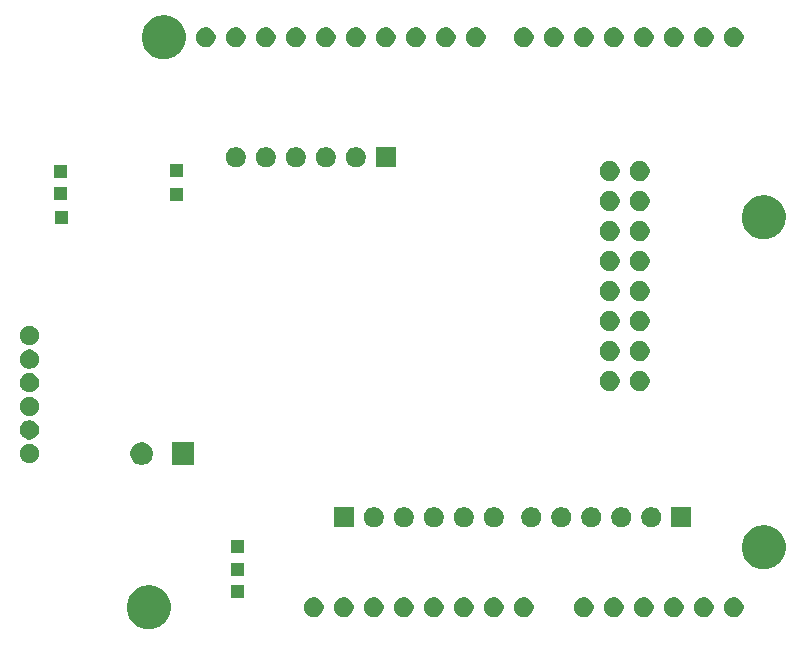
<source format=gbr>
G04 #@! TF.GenerationSoftware,KiCad,Pcbnew,(5.0.2)-1*
G04 #@! TF.CreationDate,2019-04-01T18:20:07-07:00*
G04 #@! TF.ProjectId,Arduino_uno_sheild,41726475-696e-46f5-9f75-6e6f5f736865,rev?*
G04 #@! TF.SameCoordinates,Original*
G04 #@! TF.FileFunction,Soldermask,Top*
G04 #@! TF.FilePolarity,Negative*
%FSLAX46Y46*%
G04 Gerber Fmt 4.6, Leading zero omitted, Abs format (unit mm)*
G04 Created by KiCad (PCBNEW (5.0.2)-1) date 4/1/2019 6:20:07 PM*
%MOMM*%
%LPD*%
G01*
G04 APERTURE LIST*
%ADD10C,0.100000*%
G04 APERTURE END LIST*
D10*
G36*
X14331113Y4355433D02*
X14509917Y4319867D01*
X14846777Y4180335D01*
X15147902Y3979130D01*
X15149947Y3977763D01*
X15407763Y3719947D01*
X15407765Y3719944D01*
X15610335Y3416777D01*
X15749867Y3079917D01*
X15821000Y2722308D01*
X15821000Y2357692D01*
X15749867Y2000083D01*
X15610335Y1663223D01*
X15409130Y1362098D01*
X15407763Y1360053D01*
X15149947Y1102237D01*
X15149944Y1102235D01*
X14846777Y899665D01*
X14509917Y760133D01*
X14331112Y724566D01*
X14152309Y689000D01*
X13787691Y689000D01*
X13608887Y724567D01*
X13430083Y760133D01*
X13093223Y899665D01*
X12790056Y1102235D01*
X12790053Y1102237D01*
X12532237Y1360053D01*
X12530870Y1362098D01*
X12329665Y1663223D01*
X12190133Y2000083D01*
X12119000Y2357692D01*
X12119000Y2722308D01*
X12190133Y3079917D01*
X12329665Y3416777D01*
X12532235Y3719944D01*
X12532237Y3719947D01*
X12790053Y3977763D01*
X12792098Y3979130D01*
X13093223Y4180335D01*
X13430083Y4319867D01*
X13608888Y4355434D01*
X13787691Y4391000D01*
X14152309Y4391000D01*
X14331113Y4355433D01*
X14331113Y4355433D01*
G37*
G36*
X28182391Y3339066D02*
X28182393Y3339065D01*
X28182394Y3339065D01*
X28333626Y3276423D01*
X28333627Y3276422D01*
X28469735Y3185478D01*
X28585478Y3069735D01*
X28585480Y3069732D01*
X28676423Y2933626D01*
X28739065Y2782394D01*
X28771000Y2621846D01*
X28771000Y2458154D01*
X28739065Y2297606D01*
X28676423Y2146374D01*
X28676422Y2146373D01*
X28585478Y2010265D01*
X28469735Y1894522D01*
X28469732Y1894520D01*
X28333626Y1803577D01*
X28182394Y1740935D01*
X28182393Y1740935D01*
X28182391Y1740934D01*
X28021848Y1709000D01*
X27858152Y1709000D01*
X27697609Y1740934D01*
X27697607Y1740935D01*
X27697606Y1740935D01*
X27546374Y1803577D01*
X27410268Y1894520D01*
X27410265Y1894522D01*
X27294522Y2010265D01*
X27203578Y2146373D01*
X27203577Y2146374D01*
X27140935Y2297606D01*
X27109000Y2458154D01*
X27109000Y2621846D01*
X27140935Y2782394D01*
X27203577Y2933626D01*
X27294520Y3069732D01*
X27294522Y3069735D01*
X27410265Y3185478D01*
X27546373Y3276422D01*
X27546374Y3276423D01*
X27697606Y3339065D01*
X27697607Y3339065D01*
X27697609Y3339066D01*
X27858152Y3371000D01*
X28021848Y3371000D01*
X28182391Y3339066D01*
X28182391Y3339066D01*
G37*
G36*
X61202391Y3339066D02*
X61202393Y3339065D01*
X61202394Y3339065D01*
X61353626Y3276423D01*
X61353627Y3276422D01*
X61489735Y3185478D01*
X61605478Y3069735D01*
X61605480Y3069732D01*
X61696423Y2933626D01*
X61759065Y2782394D01*
X61791000Y2621846D01*
X61791000Y2458154D01*
X61759065Y2297606D01*
X61696423Y2146374D01*
X61696422Y2146373D01*
X61605478Y2010265D01*
X61489735Y1894522D01*
X61489732Y1894520D01*
X61353626Y1803577D01*
X61202394Y1740935D01*
X61202393Y1740935D01*
X61202391Y1740934D01*
X61041848Y1709000D01*
X60878152Y1709000D01*
X60717609Y1740934D01*
X60717607Y1740935D01*
X60717606Y1740935D01*
X60566374Y1803577D01*
X60430268Y1894520D01*
X60430265Y1894522D01*
X60314522Y2010265D01*
X60223578Y2146373D01*
X60223577Y2146374D01*
X60160935Y2297606D01*
X60129000Y2458154D01*
X60129000Y2621846D01*
X60160935Y2782394D01*
X60223577Y2933626D01*
X60314520Y3069732D01*
X60314522Y3069735D01*
X60430265Y3185478D01*
X60566373Y3276422D01*
X60566374Y3276423D01*
X60717606Y3339065D01*
X60717607Y3339065D01*
X60717609Y3339066D01*
X60878152Y3371000D01*
X61041848Y3371000D01*
X61202391Y3339066D01*
X61202391Y3339066D01*
G37*
G36*
X58662391Y3339066D02*
X58662393Y3339065D01*
X58662394Y3339065D01*
X58813626Y3276423D01*
X58813627Y3276422D01*
X58949735Y3185478D01*
X59065478Y3069735D01*
X59065480Y3069732D01*
X59156423Y2933626D01*
X59219065Y2782394D01*
X59251000Y2621846D01*
X59251000Y2458154D01*
X59219065Y2297606D01*
X59156423Y2146374D01*
X59156422Y2146373D01*
X59065478Y2010265D01*
X58949735Y1894522D01*
X58949732Y1894520D01*
X58813626Y1803577D01*
X58662394Y1740935D01*
X58662393Y1740935D01*
X58662391Y1740934D01*
X58501848Y1709000D01*
X58338152Y1709000D01*
X58177609Y1740934D01*
X58177607Y1740935D01*
X58177606Y1740935D01*
X58026374Y1803577D01*
X57890268Y1894520D01*
X57890265Y1894522D01*
X57774522Y2010265D01*
X57683578Y2146373D01*
X57683577Y2146374D01*
X57620935Y2297606D01*
X57589000Y2458154D01*
X57589000Y2621846D01*
X57620935Y2782394D01*
X57683577Y2933626D01*
X57774520Y3069732D01*
X57774522Y3069735D01*
X57890265Y3185478D01*
X58026373Y3276422D01*
X58026374Y3276423D01*
X58177606Y3339065D01*
X58177607Y3339065D01*
X58177609Y3339066D01*
X58338152Y3371000D01*
X58501848Y3371000D01*
X58662391Y3339066D01*
X58662391Y3339066D01*
G37*
G36*
X56122391Y3339066D02*
X56122393Y3339065D01*
X56122394Y3339065D01*
X56273626Y3276423D01*
X56273627Y3276422D01*
X56409735Y3185478D01*
X56525478Y3069735D01*
X56525480Y3069732D01*
X56616423Y2933626D01*
X56679065Y2782394D01*
X56711000Y2621846D01*
X56711000Y2458154D01*
X56679065Y2297606D01*
X56616423Y2146374D01*
X56616422Y2146373D01*
X56525478Y2010265D01*
X56409735Y1894522D01*
X56409732Y1894520D01*
X56273626Y1803577D01*
X56122394Y1740935D01*
X56122393Y1740935D01*
X56122391Y1740934D01*
X55961848Y1709000D01*
X55798152Y1709000D01*
X55637609Y1740934D01*
X55637607Y1740935D01*
X55637606Y1740935D01*
X55486374Y1803577D01*
X55350268Y1894520D01*
X55350265Y1894522D01*
X55234522Y2010265D01*
X55143578Y2146373D01*
X55143577Y2146374D01*
X55080935Y2297606D01*
X55049000Y2458154D01*
X55049000Y2621846D01*
X55080935Y2782394D01*
X55143577Y2933626D01*
X55234520Y3069732D01*
X55234522Y3069735D01*
X55350265Y3185478D01*
X55486373Y3276422D01*
X55486374Y3276423D01*
X55637606Y3339065D01*
X55637607Y3339065D01*
X55637609Y3339066D01*
X55798152Y3371000D01*
X55961848Y3371000D01*
X56122391Y3339066D01*
X56122391Y3339066D01*
G37*
G36*
X53582391Y3339066D02*
X53582393Y3339065D01*
X53582394Y3339065D01*
X53733626Y3276423D01*
X53733627Y3276422D01*
X53869735Y3185478D01*
X53985478Y3069735D01*
X53985480Y3069732D01*
X54076423Y2933626D01*
X54139065Y2782394D01*
X54171000Y2621846D01*
X54171000Y2458154D01*
X54139065Y2297606D01*
X54076423Y2146374D01*
X54076422Y2146373D01*
X53985478Y2010265D01*
X53869735Y1894522D01*
X53869732Y1894520D01*
X53733626Y1803577D01*
X53582394Y1740935D01*
X53582393Y1740935D01*
X53582391Y1740934D01*
X53421848Y1709000D01*
X53258152Y1709000D01*
X53097609Y1740934D01*
X53097607Y1740935D01*
X53097606Y1740935D01*
X52946374Y1803577D01*
X52810268Y1894520D01*
X52810265Y1894522D01*
X52694522Y2010265D01*
X52603578Y2146373D01*
X52603577Y2146374D01*
X52540935Y2297606D01*
X52509000Y2458154D01*
X52509000Y2621846D01*
X52540935Y2782394D01*
X52603577Y2933626D01*
X52694520Y3069732D01*
X52694522Y3069735D01*
X52810265Y3185478D01*
X52946373Y3276422D01*
X52946374Y3276423D01*
X53097606Y3339065D01*
X53097607Y3339065D01*
X53097609Y3339066D01*
X53258152Y3371000D01*
X53421848Y3371000D01*
X53582391Y3339066D01*
X53582391Y3339066D01*
G37*
G36*
X51042391Y3339066D02*
X51042393Y3339065D01*
X51042394Y3339065D01*
X51193626Y3276423D01*
X51193627Y3276422D01*
X51329735Y3185478D01*
X51445478Y3069735D01*
X51445480Y3069732D01*
X51536423Y2933626D01*
X51599065Y2782394D01*
X51631000Y2621846D01*
X51631000Y2458154D01*
X51599065Y2297606D01*
X51536423Y2146374D01*
X51536422Y2146373D01*
X51445478Y2010265D01*
X51329735Y1894522D01*
X51329732Y1894520D01*
X51193626Y1803577D01*
X51042394Y1740935D01*
X51042393Y1740935D01*
X51042391Y1740934D01*
X50881848Y1709000D01*
X50718152Y1709000D01*
X50557609Y1740934D01*
X50557607Y1740935D01*
X50557606Y1740935D01*
X50406374Y1803577D01*
X50270268Y1894520D01*
X50270265Y1894522D01*
X50154522Y2010265D01*
X50063578Y2146373D01*
X50063577Y2146374D01*
X50000935Y2297606D01*
X49969000Y2458154D01*
X49969000Y2621846D01*
X50000935Y2782394D01*
X50063577Y2933626D01*
X50154520Y3069732D01*
X50154522Y3069735D01*
X50270265Y3185478D01*
X50406373Y3276422D01*
X50406374Y3276423D01*
X50557606Y3339065D01*
X50557607Y3339065D01*
X50557609Y3339066D01*
X50718152Y3371000D01*
X50881848Y3371000D01*
X51042391Y3339066D01*
X51042391Y3339066D01*
G37*
G36*
X45962391Y3339066D02*
X45962393Y3339065D01*
X45962394Y3339065D01*
X46113626Y3276423D01*
X46113627Y3276422D01*
X46249735Y3185478D01*
X46365478Y3069735D01*
X46365480Y3069732D01*
X46456423Y2933626D01*
X46519065Y2782394D01*
X46551000Y2621846D01*
X46551000Y2458154D01*
X46519065Y2297606D01*
X46456423Y2146374D01*
X46456422Y2146373D01*
X46365478Y2010265D01*
X46249735Y1894522D01*
X46249732Y1894520D01*
X46113626Y1803577D01*
X45962394Y1740935D01*
X45962393Y1740935D01*
X45962391Y1740934D01*
X45801848Y1709000D01*
X45638152Y1709000D01*
X45477609Y1740934D01*
X45477607Y1740935D01*
X45477606Y1740935D01*
X45326374Y1803577D01*
X45190268Y1894520D01*
X45190265Y1894522D01*
X45074522Y2010265D01*
X44983578Y2146373D01*
X44983577Y2146374D01*
X44920935Y2297606D01*
X44889000Y2458154D01*
X44889000Y2621846D01*
X44920935Y2782394D01*
X44983577Y2933626D01*
X45074520Y3069732D01*
X45074522Y3069735D01*
X45190265Y3185478D01*
X45326373Y3276422D01*
X45326374Y3276423D01*
X45477606Y3339065D01*
X45477607Y3339065D01*
X45477609Y3339066D01*
X45638152Y3371000D01*
X45801848Y3371000D01*
X45962391Y3339066D01*
X45962391Y3339066D01*
G37*
G36*
X40882391Y3339066D02*
X40882393Y3339065D01*
X40882394Y3339065D01*
X41033626Y3276423D01*
X41033627Y3276422D01*
X41169735Y3185478D01*
X41285478Y3069735D01*
X41285480Y3069732D01*
X41376423Y2933626D01*
X41439065Y2782394D01*
X41471000Y2621846D01*
X41471000Y2458154D01*
X41439065Y2297606D01*
X41376423Y2146374D01*
X41376422Y2146373D01*
X41285478Y2010265D01*
X41169735Y1894522D01*
X41169732Y1894520D01*
X41033626Y1803577D01*
X40882394Y1740935D01*
X40882393Y1740935D01*
X40882391Y1740934D01*
X40721848Y1709000D01*
X40558152Y1709000D01*
X40397609Y1740934D01*
X40397607Y1740935D01*
X40397606Y1740935D01*
X40246374Y1803577D01*
X40110268Y1894520D01*
X40110265Y1894522D01*
X39994522Y2010265D01*
X39903578Y2146373D01*
X39903577Y2146374D01*
X39840935Y2297606D01*
X39809000Y2458154D01*
X39809000Y2621846D01*
X39840935Y2782394D01*
X39903577Y2933626D01*
X39994520Y3069732D01*
X39994522Y3069735D01*
X40110265Y3185478D01*
X40246373Y3276422D01*
X40246374Y3276423D01*
X40397606Y3339065D01*
X40397607Y3339065D01*
X40397609Y3339066D01*
X40558152Y3371000D01*
X40721848Y3371000D01*
X40882391Y3339066D01*
X40882391Y3339066D01*
G37*
G36*
X38342391Y3339066D02*
X38342393Y3339065D01*
X38342394Y3339065D01*
X38493626Y3276423D01*
X38493627Y3276422D01*
X38629735Y3185478D01*
X38745478Y3069735D01*
X38745480Y3069732D01*
X38836423Y2933626D01*
X38899065Y2782394D01*
X38931000Y2621846D01*
X38931000Y2458154D01*
X38899065Y2297606D01*
X38836423Y2146374D01*
X38836422Y2146373D01*
X38745478Y2010265D01*
X38629735Y1894522D01*
X38629732Y1894520D01*
X38493626Y1803577D01*
X38342394Y1740935D01*
X38342393Y1740935D01*
X38342391Y1740934D01*
X38181848Y1709000D01*
X38018152Y1709000D01*
X37857609Y1740934D01*
X37857607Y1740935D01*
X37857606Y1740935D01*
X37706374Y1803577D01*
X37570268Y1894520D01*
X37570265Y1894522D01*
X37454522Y2010265D01*
X37363578Y2146373D01*
X37363577Y2146374D01*
X37300935Y2297606D01*
X37269000Y2458154D01*
X37269000Y2621846D01*
X37300935Y2782394D01*
X37363577Y2933626D01*
X37454520Y3069732D01*
X37454522Y3069735D01*
X37570265Y3185478D01*
X37706373Y3276422D01*
X37706374Y3276423D01*
X37857606Y3339065D01*
X37857607Y3339065D01*
X37857609Y3339066D01*
X38018152Y3371000D01*
X38181848Y3371000D01*
X38342391Y3339066D01*
X38342391Y3339066D01*
G37*
G36*
X35802391Y3339066D02*
X35802393Y3339065D01*
X35802394Y3339065D01*
X35953626Y3276423D01*
X35953627Y3276422D01*
X36089735Y3185478D01*
X36205478Y3069735D01*
X36205480Y3069732D01*
X36296423Y2933626D01*
X36359065Y2782394D01*
X36391000Y2621846D01*
X36391000Y2458154D01*
X36359065Y2297606D01*
X36296423Y2146374D01*
X36296422Y2146373D01*
X36205478Y2010265D01*
X36089735Y1894522D01*
X36089732Y1894520D01*
X35953626Y1803577D01*
X35802394Y1740935D01*
X35802393Y1740935D01*
X35802391Y1740934D01*
X35641848Y1709000D01*
X35478152Y1709000D01*
X35317609Y1740934D01*
X35317607Y1740935D01*
X35317606Y1740935D01*
X35166374Y1803577D01*
X35030268Y1894520D01*
X35030265Y1894522D01*
X34914522Y2010265D01*
X34823578Y2146373D01*
X34823577Y2146374D01*
X34760935Y2297606D01*
X34729000Y2458154D01*
X34729000Y2621846D01*
X34760935Y2782394D01*
X34823577Y2933626D01*
X34914520Y3069732D01*
X34914522Y3069735D01*
X35030265Y3185478D01*
X35166373Y3276422D01*
X35166374Y3276423D01*
X35317606Y3339065D01*
X35317607Y3339065D01*
X35317609Y3339066D01*
X35478152Y3371000D01*
X35641848Y3371000D01*
X35802391Y3339066D01*
X35802391Y3339066D01*
G37*
G36*
X33262391Y3339066D02*
X33262393Y3339065D01*
X33262394Y3339065D01*
X33413626Y3276423D01*
X33413627Y3276422D01*
X33549735Y3185478D01*
X33665478Y3069735D01*
X33665480Y3069732D01*
X33756423Y2933626D01*
X33819065Y2782394D01*
X33851000Y2621846D01*
X33851000Y2458154D01*
X33819065Y2297606D01*
X33756423Y2146374D01*
X33756422Y2146373D01*
X33665478Y2010265D01*
X33549735Y1894522D01*
X33549732Y1894520D01*
X33413626Y1803577D01*
X33262394Y1740935D01*
X33262393Y1740935D01*
X33262391Y1740934D01*
X33101848Y1709000D01*
X32938152Y1709000D01*
X32777609Y1740934D01*
X32777607Y1740935D01*
X32777606Y1740935D01*
X32626374Y1803577D01*
X32490268Y1894520D01*
X32490265Y1894522D01*
X32374522Y2010265D01*
X32283578Y2146373D01*
X32283577Y2146374D01*
X32220935Y2297606D01*
X32189000Y2458154D01*
X32189000Y2621846D01*
X32220935Y2782394D01*
X32283577Y2933626D01*
X32374520Y3069732D01*
X32374522Y3069735D01*
X32490265Y3185478D01*
X32626373Y3276422D01*
X32626374Y3276423D01*
X32777606Y3339065D01*
X32777607Y3339065D01*
X32777609Y3339066D01*
X32938152Y3371000D01*
X33101848Y3371000D01*
X33262391Y3339066D01*
X33262391Y3339066D01*
G37*
G36*
X30722391Y3339066D02*
X30722393Y3339065D01*
X30722394Y3339065D01*
X30873626Y3276423D01*
X30873627Y3276422D01*
X31009735Y3185478D01*
X31125478Y3069735D01*
X31125480Y3069732D01*
X31216423Y2933626D01*
X31279065Y2782394D01*
X31311000Y2621846D01*
X31311000Y2458154D01*
X31279065Y2297606D01*
X31216423Y2146374D01*
X31216422Y2146373D01*
X31125478Y2010265D01*
X31009735Y1894522D01*
X31009732Y1894520D01*
X30873626Y1803577D01*
X30722394Y1740935D01*
X30722393Y1740935D01*
X30722391Y1740934D01*
X30561848Y1709000D01*
X30398152Y1709000D01*
X30237609Y1740934D01*
X30237607Y1740935D01*
X30237606Y1740935D01*
X30086374Y1803577D01*
X29950268Y1894520D01*
X29950265Y1894522D01*
X29834522Y2010265D01*
X29743578Y2146373D01*
X29743577Y2146374D01*
X29680935Y2297606D01*
X29649000Y2458154D01*
X29649000Y2621846D01*
X29680935Y2782394D01*
X29743577Y2933626D01*
X29834520Y3069732D01*
X29834522Y3069735D01*
X29950265Y3185478D01*
X30086373Y3276422D01*
X30086374Y3276423D01*
X30237606Y3339065D01*
X30237607Y3339065D01*
X30237609Y3339066D01*
X30398152Y3371000D01*
X30561848Y3371000D01*
X30722391Y3339066D01*
X30722391Y3339066D01*
G37*
G36*
X63742391Y3339066D02*
X63742393Y3339065D01*
X63742394Y3339065D01*
X63893626Y3276423D01*
X63893627Y3276422D01*
X64029735Y3185478D01*
X64145478Y3069735D01*
X64145480Y3069732D01*
X64236423Y2933626D01*
X64299065Y2782394D01*
X64331000Y2621846D01*
X64331000Y2458154D01*
X64299065Y2297606D01*
X64236423Y2146374D01*
X64236422Y2146373D01*
X64145478Y2010265D01*
X64029735Y1894522D01*
X64029732Y1894520D01*
X63893626Y1803577D01*
X63742394Y1740935D01*
X63742393Y1740935D01*
X63742391Y1740934D01*
X63581848Y1709000D01*
X63418152Y1709000D01*
X63257609Y1740934D01*
X63257607Y1740935D01*
X63257606Y1740935D01*
X63106374Y1803577D01*
X62970268Y1894520D01*
X62970265Y1894522D01*
X62854522Y2010265D01*
X62763578Y2146373D01*
X62763577Y2146374D01*
X62700935Y2297606D01*
X62669000Y2458154D01*
X62669000Y2621846D01*
X62700935Y2782394D01*
X62763577Y2933626D01*
X62854520Y3069732D01*
X62854522Y3069735D01*
X62970265Y3185478D01*
X63106373Y3276422D01*
X63106374Y3276423D01*
X63257606Y3339065D01*
X63257607Y3339065D01*
X63257609Y3339066D01*
X63418152Y3371000D01*
X63581848Y3371000D01*
X63742391Y3339066D01*
X63742391Y3339066D01*
G37*
G36*
X43422391Y3339066D02*
X43422393Y3339065D01*
X43422394Y3339065D01*
X43573626Y3276423D01*
X43573627Y3276422D01*
X43709735Y3185478D01*
X43825478Y3069735D01*
X43825480Y3069732D01*
X43916423Y2933626D01*
X43979065Y2782394D01*
X44011000Y2621846D01*
X44011000Y2458154D01*
X43979065Y2297606D01*
X43916423Y2146374D01*
X43916422Y2146373D01*
X43825478Y2010265D01*
X43709735Y1894522D01*
X43709732Y1894520D01*
X43573626Y1803577D01*
X43422394Y1740935D01*
X43422393Y1740935D01*
X43422391Y1740934D01*
X43261848Y1709000D01*
X43098152Y1709000D01*
X42937609Y1740934D01*
X42937607Y1740935D01*
X42937606Y1740935D01*
X42786374Y1803577D01*
X42650268Y1894520D01*
X42650265Y1894522D01*
X42534522Y2010265D01*
X42443578Y2146373D01*
X42443577Y2146374D01*
X42380935Y2297606D01*
X42349000Y2458154D01*
X42349000Y2621846D01*
X42380935Y2782394D01*
X42443577Y2933626D01*
X42534520Y3069732D01*
X42534522Y3069735D01*
X42650265Y3185478D01*
X42786373Y3276422D01*
X42786374Y3276423D01*
X42937606Y3339065D01*
X42937607Y3339065D01*
X42937609Y3339066D01*
X43098152Y3371000D01*
X43261848Y3371000D01*
X43422391Y3339066D01*
X43422391Y3339066D01*
G37*
G36*
X22052100Y3335200D02*
X20950100Y3335200D01*
X20950100Y4437200D01*
X22052100Y4437200D01*
X22052100Y3335200D01*
X22052100Y3335200D01*
G37*
G36*
X22052100Y5176700D02*
X20950100Y5176700D01*
X20950100Y6278700D01*
X22052100Y6278700D01*
X22052100Y5176700D01*
X22052100Y5176700D01*
G37*
G36*
X66401113Y9435433D02*
X66579917Y9399867D01*
X66916777Y9260335D01*
X67217902Y9059130D01*
X67219947Y9057763D01*
X67477763Y8799947D01*
X67477765Y8799944D01*
X67680335Y8496777D01*
X67819867Y8159917D01*
X67891000Y7802308D01*
X67891000Y7437692D01*
X67819867Y7080083D01*
X67680335Y6743223D01*
X67479130Y6442098D01*
X67477763Y6440053D01*
X67219947Y6182237D01*
X67219944Y6182235D01*
X66916777Y5979665D01*
X66579917Y5840133D01*
X66401112Y5804566D01*
X66222309Y5769000D01*
X65857691Y5769000D01*
X65678888Y5804566D01*
X65500083Y5840133D01*
X65163223Y5979665D01*
X64860056Y6182235D01*
X64860053Y6182237D01*
X64602237Y6440053D01*
X64600870Y6442098D01*
X64399665Y6743223D01*
X64260133Y7080083D01*
X64189000Y7437692D01*
X64189000Y7802308D01*
X64260133Y8159917D01*
X64399665Y8496777D01*
X64602235Y8799944D01*
X64602237Y8799947D01*
X64860053Y9057763D01*
X64862098Y9059130D01*
X65163223Y9260335D01*
X65500083Y9399867D01*
X65678887Y9435433D01*
X65857691Y9471000D01*
X66222309Y9471000D01*
X66401113Y9435433D01*
X66401113Y9435433D01*
G37*
G36*
X22052100Y7132500D02*
X20950100Y7132500D01*
X20950100Y8234500D01*
X22052100Y8234500D01*
X22052100Y7132500D01*
X22052100Y7132500D01*
G37*
G36*
X31331000Y9309000D02*
X29629000Y9309000D01*
X29629000Y11011000D01*
X31331000Y11011000D01*
X31331000Y9309000D01*
X31331000Y9309000D01*
G37*
G36*
X35808228Y10978297D02*
X35963100Y10914147D01*
X36102481Y10821015D01*
X36221015Y10702481D01*
X36314147Y10563100D01*
X36378297Y10408228D01*
X36411000Y10243816D01*
X36411000Y10076184D01*
X36378297Y9911772D01*
X36314147Y9756900D01*
X36221015Y9617519D01*
X36102481Y9498985D01*
X35963100Y9405853D01*
X35808228Y9341703D01*
X35643816Y9309000D01*
X35476184Y9309000D01*
X35311772Y9341703D01*
X35156900Y9405853D01*
X35017519Y9498985D01*
X34898985Y9617519D01*
X34805853Y9756900D01*
X34741703Y9911772D01*
X34709000Y10076184D01*
X34709000Y10243816D01*
X34741703Y10408228D01*
X34805853Y10563100D01*
X34898985Y10702481D01*
X35017519Y10821015D01*
X35156900Y10914147D01*
X35311772Y10978297D01*
X35476184Y11011000D01*
X35643816Y11011000D01*
X35808228Y10978297D01*
X35808228Y10978297D01*
G37*
G36*
X38348228Y10978297D02*
X38503100Y10914147D01*
X38642481Y10821015D01*
X38761015Y10702481D01*
X38854147Y10563100D01*
X38918297Y10408228D01*
X38951000Y10243816D01*
X38951000Y10076184D01*
X38918297Y9911772D01*
X38854147Y9756900D01*
X38761015Y9617519D01*
X38642481Y9498985D01*
X38503100Y9405853D01*
X38348228Y9341703D01*
X38183816Y9309000D01*
X38016184Y9309000D01*
X37851772Y9341703D01*
X37696900Y9405853D01*
X37557519Y9498985D01*
X37438985Y9617519D01*
X37345853Y9756900D01*
X37281703Y9911772D01*
X37249000Y10076184D01*
X37249000Y10243816D01*
X37281703Y10408228D01*
X37345853Y10563100D01*
X37438985Y10702481D01*
X37557519Y10821015D01*
X37696900Y10914147D01*
X37851772Y10978297D01*
X38016184Y11011000D01*
X38183816Y11011000D01*
X38348228Y10978297D01*
X38348228Y10978297D01*
G37*
G36*
X40888228Y10978297D02*
X41043100Y10914147D01*
X41182481Y10821015D01*
X41301015Y10702481D01*
X41394147Y10563100D01*
X41458297Y10408228D01*
X41491000Y10243816D01*
X41491000Y10076184D01*
X41458297Y9911772D01*
X41394147Y9756900D01*
X41301015Y9617519D01*
X41182481Y9498985D01*
X41043100Y9405853D01*
X40888228Y9341703D01*
X40723816Y9309000D01*
X40556184Y9309000D01*
X40391772Y9341703D01*
X40236900Y9405853D01*
X40097519Y9498985D01*
X39978985Y9617519D01*
X39885853Y9756900D01*
X39821703Y9911772D01*
X39789000Y10076184D01*
X39789000Y10243816D01*
X39821703Y10408228D01*
X39885853Y10563100D01*
X39978985Y10702481D01*
X40097519Y10821015D01*
X40236900Y10914147D01*
X40391772Y10978297D01*
X40556184Y11011000D01*
X40723816Y11011000D01*
X40888228Y10978297D01*
X40888228Y10978297D01*
G37*
G36*
X43428228Y10978297D02*
X43583100Y10914147D01*
X43722481Y10821015D01*
X43841015Y10702481D01*
X43934147Y10563100D01*
X43998297Y10408228D01*
X44031000Y10243816D01*
X44031000Y10076184D01*
X43998297Y9911772D01*
X43934147Y9756900D01*
X43841015Y9617519D01*
X43722481Y9498985D01*
X43583100Y9405853D01*
X43428228Y9341703D01*
X43263816Y9309000D01*
X43096184Y9309000D01*
X42931772Y9341703D01*
X42776900Y9405853D01*
X42637519Y9498985D01*
X42518985Y9617519D01*
X42425853Y9756900D01*
X42361703Y9911772D01*
X42329000Y10076184D01*
X42329000Y10243816D01*
X42361703Y10408228D01*
X42425853Y10563100D01*
X42518985Y10702481D01*
X42637519Y10821015D01*
X42776900Y10914147D01*
X42931772Y10978297D01*
X43096184Y11011000D01*
X43263816Y11011000D01*
X43428228Y10978297D01*
X43428228Y10978297D01*
G37*
G36*
X46603228Y10978297D02*
X46758100Y10914147D01*
X46897481Y10821015D01*
X47016015Y10702481D01*
X47109147Y10563100D01*
X47173297Y10408228D01*
X47206000Y10243816D01*
X47206000Y10076184D01*
X47173297Y9911772D01*
X47109147Y9756900D01*
X47016015Y9617519D01*
X46897481Y9498985D01*
X46758100Y9405853D01*
X46603228Y9341703D01*
X46438816Y9309000D01*
X46271184Y9309000D01*
X46106772Y9341703D01*
X45951900Y9405853D01*
X45812519Y9498985D01*
X45693985Y9617519D01*
X45600853Y9756900D01*
X45536703Y9911772D01*
X45504000Y10076184D01*
X45504000Y10243816D01*
X45536703Y10408228D01*
X45600853Y10563100D01*
X45693985Y10702481D01*
X45812519Y10821015D01*
X45951900Y10914147D01*
X46106772Y10978297D01*
X46271184Y11011000D01*
X46438816Y11011000D01*
X46603228Y10978297D01*
X46603228Y10978297D01*
G37*
G36*
X51683228Y10978297D02*
X51838100Y10914147D01*
X51977481Y10821015D01*
X52096015Y10702481D01*
X52189147Y10563100D01*
X52253297Y10408228D01*
X52286000Y10243816D01*
X52286000Y10076184D01*
X52253297Y9911772D01*
X52189147Y9756900D01*
X52096015Y9617519D01*
X51977481Y9498985D01*
X51838100Y9405853D01*
X51683228Y9341703D01*
X51518816Y9309000D01*
X51351184Y9309000D01*
X51186772Y9341703D01*
X51031900Y9405853D01*
X50892519Y9498985D01*
X50773985Y9617519D01*
X50680853Y9756900D01*
X50616703Y9911772D01*
X50584000Y10076184D01*
X50584000Y10243816D01*
X50616703Y10408228D01*
X50680853Y10563100D01*
X50773985Y10702481D01*
X50892519Y10821015D01*
X51031900Y10914147D01*
X51186772Y10978297D01*
X51351184Y11011000D01*
X51518816Y11011000D01*
X51683228Y10978297D01*
X51683228Y10978297D01*
G37*
G36*
X54223228Y10978297D02*
X54378100Y10914147D01*
X54517481Y10821015D01*
X54636015Y10702481D01*
X54729147Y10563100D01*
X54793297Y10408228D01*
X54826000Y10243816D01*
X54826000Y10076184D01*
X54793297Y9911772D01*
X54729147Y9756900D01*
X54636015Y9617519D01*
X54517481Y9498985D01*
X54378100Y9405853D01*
X54223228Y9341703D01*
X54058816Y9309000D01*
X53891184Y9309000D01*
X53726772Y9341703D01*
X53571900Y9405853D01*
X53432519Y9498985D01*
X53313985Y9617519D01*
X53220853Y9756900D01*
X53156703Y9911772D01*
X53124000Y10076184D01*
X53124000Y10243816D01*
X53156703Y10408228D01*
X53220853Y10563100D01*
X53313985Y10702481D01*
X53432519Y10821015D01*
X53571900Y10914147D01*
X53726772Y10978297D01*
X53891184Y11011000D01*
X54058816Y11011000D01*
X54223228Y10978297D01*
X54223228Y10978297D01*
G37*
G36*
X56763228Y10978297D02*
X56918100Y10914147D01*
X57057481Y10821015D01*
X57176015Y10702481D01*
X57269147Y10563100D01*
X57333297Y10408228D01*
X57366000Y10243816D01*
X57366000Y10076184D01*
X57333297Y9911772D01*
X57269147Y9756900D01*
X57176015Y9617519D01*
X57057481Y9498985D01*
X56918100Y9405853D01*
X56763228Y9341703D01*
X56598816Y9309000D01*
X56431184Y9309000D01*
X56266772Y9341703D01*
X56111900Y9405853D01*
X55972519Y9498985D01*
X55853985Y9617519D01*
X55760853Y9756900D01*
X55696703Y9911772D01*
X55664000Y10076184D01*
X55664000Y10243816D01*
X55696703Y10408228D01*
X55760853Y10563100D01*
X55853985Y10702481D01*
X55972519Y10821015D01*
X56111900Y10914147D01*
X56266772Y10978297D01*
X56431184Y11011000D01*
X56598816Y11011000D01*
X56763228Y10978297D01*
X56763228Y10978297D01*
G37*
G36*
X59906000Y9309000D02*
X58204000Y9309000D01*
X58204000Y11011000D01*
X59906000Y11011000D01*
X59906000Y9309000D01*
X59906000Y9309000D01*
G37*
G36*
X33268228Y10978297D02*
X33423100Y10914147D01*
X33562481Y10821015D01*
X33681015Y10702481D01*
X33774147Y10563100D01*
X33838297Y10408228D01*
X33871000Y10243816D01*
X33871000Y10076184D01*
X33838297Y9911772D01*
X33774147Y9756900D01*
X33681015Y9617519D01*
X33562481Y9498985D01*
X33423100Y9405853D01*
X33268228Y9341703D01*
X33103816Y9309000D01*
X32936184Y9309000D01*
X32771772Y9341703D01*
X32616900Y9405853D01*
X32477519Y9498985D01*
X32358985Y9617519D01*
X32265853Y9756900D01*
X32201703Y9911772D01*
X32169000Y10076184D01*
X32169000Y10243816D01*
X32201703Y10408228D01*
X32265853Y10563100D01*
X32358985Y10702481D01*
X32477519Y10821015D01*
X32616900Y10914147D01*
X32771772Y10978297D01*
X32936184Y11011000D01*
X33103816Y11011000D01*
X33268228Y10978297D01*
X33268228Y10978297D01*
G37*
G36*
X49143228Y10978297D02*
X49298100Y10914147D01*
X49437481Y10821015D01*
X49556015Y10702481D01*
X49649147Y10563100D01*
X49713297Y10408228D01*
X49746000Y10243816D01*
X49746000Y10076184D01*
X49713297Y9911772D01*
X49649147Y9756900D01*
X49556015Y9617519D01*
X49437481Y9498985D01*
X49298100Y9405853D01*
X49143228Y9341703D01*
X48978816Y9309000D01*
X48811184Y9309000D01*
X48646772Y9341703D01*
X48491900Y9405853D01*
X48352519Y9498985D01*
X48233985Y9617519D01*
X48140853Y9756900D01*
X48076703Y9911772D01*
X48044000Y10076184D01*
X48044000Y10243816D01*
X48076703Y10408228D01*
X48140853Y10563100D01*
X48233985Y10702481D01*
X48352519Y10821015D01*
X48491900Y10914147D01*
X48646772Y10978297D01*
X48811184Y11011000D01*
X48978816Y11011000D01*
X49143228Y10978297D01*
X49143228Y10978297D01*
G37*
G36*
X13642996Y16459254D02*
X13816066Y16387566D01*
X13971830Y16283488D01*
X14104288Y16151030D01*
X14208366Y15995266D01*
X14280054Y15822196D01*
X14316600Y15638467D01*
X14316600Y15451133D01*
X14280054Y15267404D01*
X14208366Y15094334D01*
X14104288Y14938570D01*
X13971830Y14806112D01*
X13816066Y14702034D01*
X13642996Y14630346D01*
X13459267Y14593800D01*
X13271933Y14593800D01*
X13088204Y14630346D01*
X12915134Y14702034D01*
X12759370Y14806112D01*
X12626912Y14938570D01*
X12522834Y15094334D01*
X12451146Y15267404D01*
X12414600Y15451133D01*
X12414600Y15638467D01*
X12451146Y15822196D01*
X12522834Y15995266D01*
X12626912Y16151030D01*
X12759370Y16283488D01*
X12915134Y16387566D01*
X13088204Y16459254D01*
X13271933Y16495800D01*
X13459267Y16495800D01*
X13642996Y16459254D01*
X13642996Y16459254D01*
G37*
G36*
X17816600Y14593800D02*
X15914600Y14593800D01*
X15914600Y16495800D01*
X17816600Y16495800D01*
X17816600Y14593800D01*
X17816600Y14593800D01*
G37*
G36*
X4097942Y16326558D02*
X4245902Y16265270D01*
X4379058Y16176298D01*
X4492298Y16063058D01*
X4581270Y15929902D01*
X4642558Y15781942D01*
X4673800Y15624875D01*
X4673800Y15464725D01*
X4642558Y15307658D01*
X4581270Y15159698D01*
X4492298Y15026542D01*
X4379058Y14913302D01*
X4245902Y14824330D01*
X4097942Y14763042D01*
X3940875Y14731800D01*
X3780725Y14731800D01*
X3623658Y14763042D01*
X3475698Y14824330D01*
X3342542Y14913302D01*
X3229302Y15026542D01*
X3140330Y15159698D01*
X3079042Y15307658D01*
X3047800Y15464725D01*
X3047800Y15624875D01*
X3079042Y15781942D01*
X3140330Y15929902D01*
X3229302Y16063058D01*
X3342542Y16176298D01*
X3475698Y16265270D01*
X3623658Y16326558D01*
X3780725Y16357800D01*
X3940875Y16357800D01*
X4097942Y16326558D01*
X4097942Y16326558D01*
G37*
G36*
X4097942Y18326558D02*
X4245902Y18265270D01*
X4379058Y18176298D01*
X4492298Y18063058D01*
X4581270Y17929902D01*
X4642558Y17781942D01*
X4673800Y17624875D01*
X4673800Y17464725D01*
X4642558Y17307658D01*
X4581270Y17159698D01*
X4492298Y17026542D01*
X4379058Y16913302D01*
X4245902Y16824330D01*
X4097942Y16763042D01*
X3940875Y16731800D01*
X3780725Y16731800D01*
X3623658Y16763042D01*
X3475698Y16824330D01*
X3342542Y16913302D01*
X3229302Y17026542D01*
X3140330Y17159698D01*
X3079042Y17307658D01*
X3047800Y17464725D01*
X3047800Y17624875D01*
X3079042Y17781942D01*
X3140330Y17929902D01*
X3229302Y18063058D01*
X3342542Y18176298D01*
X3475698Y18265270D01*
X3623658Y18326558D01*
X3780725Y18357800D01*
X3940875Y18357800D01*
X4097942Y18326558D01*
X4097942Y18326558D01*
G37*
G36*
X4097942Y20326558D02*
X4245902Y20265270D01*
X4379058Y20176298D01*
X4492298Y20063058D01*
X4581270Y19929902D01*
X4642558Y19781942D01*
X4673800Y19624875D01*
X4673800Y19464725D01*
X4642558Y19307658D01*
X4581270Y19159698D01*
X4492298Y19026542D01*
X4379058Y18913302D01*
X4245902Y18824330D01*
X4097942Y18763042D01*
X3940875Y18731800D01*
X3780725Y18731800D01*
X3623658Y18763042D01*
X3475698Y18824330D01*
X3342542Y18913302D01*
X3229302Y19026542D01*
X3140330Y19159698D01*
X3079042Y19307658D01*
X3047800Y19464725D01*
X3047800Y19624875D01*
X3079042Y19781942D01*
X3140330Y19929902D01*
X3229302Y20063058D01*
X3342542Y20176298D01*
X3475698Y20265270D01*
X3623658Y20326558D01*
X3780725Y20357800D01*
X3940875Y20357800D01*
X4097942Y20326558D01*
X4097942Y20326558D01*
G37*
G36*
X4097942Y22326558D02*
X4245902Y22265270D01*
X4379058Y22176298D01*
X4492298Y22063058D01*
X4581270Y21929902D01*
X4642558Y21781942D01*
X4673800Y21624875D01*
X4673800Y21464725D01*
X4642558Y21307658D01*
X4634622Y21288500D01*
X4581271Y21159700D01*
X4495000Y21030585D01*
X4492298Y21026542D01*
X4379058Y20913302D01*
X4245902Y20824330D01*
X4097942Y20763042D01*
X3940875Y20731800D01*
X3780725Y20731800D01*
X3623658Y20763042D01*
X3475698Y20824330D01*
X3342542Y20913302D01*
X3229302Y21026542D01*
X3226601Y21030585D01*
X3140329Y21159700D01*
X3086978Y21288500D01*
X3079042Y21307658D01*
X3047800Y21464725D01*
X3047800Y21624875D01*
X3079042Y21781942D01*
X3140330Y21929902D01*
X3229302Y22063058D01*
X3342542Y22176298D01*
X3475698Y22265270D01*
X3623658Y22326558D01*
X3780725Y22357800D01*
X3940875Y22357800D01*
X4097942Y22326558D01*
X4097942Y22326558D01*
G37*
G36*
X53232628Y22509897D02*
X53387500Y22445747D01*
X53526881Y22352615D01*
X53645415Y22234081D01*
X53738547Y22094700D01*
X53802697Y21939828D01*
X53835400Y21775416D01*
X53835400Y21607784D01*
X53802697Y21443372D01*
X53738547Y21288500D01*
X53645415Y21149119D01*
X53526881Y21030585D01*
X53387500Y20937453D01*
X53232628Y20873303D01*
X53068216Y20840600D01*
X52900584Y20840600D01*
X52736172Y20873303D01*
X52581300Y20937453D01*
X52441919Y21030585D01*
X52323385Y21149119D01*
X52230253Y21288500D01*
X52166103Y21443372D01*
X52133400Y21607784D01*
X52133400Y21775416D01*
X52166103Y21939828D01*
X52230253Y22094700D01*
X52323385Y22234081D01*
X52441919Y22352615D01*
X52581300Y22445747D01*
X52736172Y22509897D01*
X52900584Y22542600D01*
X53068216Y22542600D01*
X53232628Y22509897D01*
X53232628Y22509897D01*
G37*
G36*
X55772628Y22509897D02*
X55927500Y22445747D01*
X56066881Y22352615D01*
X56185415Y22234081D01*
X56278547Y22094700D01*
X56342697Y21939828D01*
X56375400Y21775416D01*
X56375400Y21607784D01*
X56342697Y21443372D01*
X56278547Y21288500D01*
X56185415Y21149119D01*
X56066881Y21030585D01*
X55927500Y20937453D01*
X55772628Y20873303D01*
X55608216Y20840600D01*
X55440584Y20840600D01*
X55276172Y20873303D01*
X55121300Y20937453D01*
X54981919Y21030585D01*
X54863385Y21149119D01*
X54770253Y21288500D01*
X54706103Y21443372D01*
X54673400Y21607784D01*
X54673400Y21775416D01*
X54706103Y21939828D01*
X54770253Y22094700D01*
X54863385Y22234081D01*
X54981919Y22352615D01*
X55121300Y22445747D01*
X55276172Y22509897D01*
X55440584Y22542600D01*
X55608216Y22542600D01*
X55772628Y22509897D01*
X55772628Y22509897D01*
G37*
G36*
X4097942Y24326558D02*
X4245902Y24265270D01*
X4379058Y24176298D01*
X4492298Y24063058D01*
X4581270Y23929902D01*
X4642558Y23781942D01*
X4673800Y23624875D01*
X4673800Y23464725D01*
X4642558Y23307658D01*
X4581270Y23159698D01*
X4492298Y23026542D01*
X4379058Y22913302D01*
X4245902Y22824330D01*
X4097942Y22763042D01*
X3940875Y22731800D01*
X3780725Y22731800D01*
X3623658Y22763042D01*
X3475698Y22824330D01*
X3342542Y22913302D01*
X3229302Y23026542D01*
X3140330Y23159698D01*
X3079042Y23307658D01*
X3047800Y23464725D01*
X3047800Y23624875D01*
X3079042Y23781942D01*
X3140330Y23929902D01*
X3229302Y24063058D01*
X3342542Y24176298D01*
X3475698Y24265270D01*
X3623658Y24326558D01*
X3780725Y24357800D01*
X3940875Y24357800D01*
X4097942Y24326558D01*
X4097942Y24326558D01*
G37*
G36*
X55772628Y25049897D02*
X55927500Y24985747D01*
X56066881Y24892615D01*
X56185415Y24774081D01*
X56278547Y24634700D01*
X56342697Y24479828D01*
X56375400Y24315416D01*
X56375400Y24147784D01*
X56342697Y23983372D01*
X56278547Y23828500D01*
X56185415Y23689119D01*
X56066881Y23570585D01*
X55927500Y23477453D01*
X55772628Y23413303D01*
X55608216Y23380600D01*
X55440584Y23380600D01*
X55276172Y23413303D01*
X55121300Y23477453D01*
X54981919Y23570585D01*
X54863385Y23689119D01*
X54770253Y23828500D01*
X54706103Y23983372D01*
X54673400Y24147784D01*
X54673400Y24315416D01*
X54706103Y24479828D01*
X54770253Y24634700D01*
X54863385Y24774081D01*
X54981919Y24892615D01*
X55121300Y24985747D01*
X55276172Y25049897D01*
X55440584Y25082600D01*
X55608216Y25082600D01*
X55772628Y25049897D01*
X55772628Y25049897D01*
G37*
G36*
X53232628Y25049897D02*
X53387500Y24985747D01*
X53526881Y24892615D01*
X53645415Y24774081D01*
X53738547Y24634700D01*
X53802697Y24479828D01*
X53835400Y24315416D01*
X53835400Y24147784D01*
X53802697Y23983372D01*
X53738547Y23828500D01*
X53645415Y23689119D01*
X53526881Y23570585D01*
X53387500Y23477453D01*
X53232628Y23413303D01*
X53068216Y23380600D01*
X52900584Y23380600D01*
X52736172Y23413303D01*
X52581300Y23477453D01*
X52441919Y23570585D01*
X52323385Y23689119D01*
X52230253Y23828500D01*
X52166103Y23983372D01*
X52133400Y24147784D01*
X52133400Y24315416D01*
X52166103Y24479828D01*
X52230253Y24634700D01*
X52323385Y24774081D01*
X52441919Y24892615D01*
X52581300Y24985747D01*
X52736172Y25049897D01*
X52900584Y25082600D01*
X53068216Y25082600D01*
X53232628Y25049897D01*
X53232628Y25049897D01*
G37*
G36*
X4097942Y26326558D02*
X4245902Y26265270D01*
X4379058Y26176298D01*
X4492298Y26063058D01*
X4581270Y25929902D01*
X4642558Y25781942D01*
X4673800Y25624875D01*
X4673800Y25464725D01*
X4642558Y25307658D01*
X4595154Y25193217D01*
X4581271Y25159700D01*
X4507904Y25049897D01*
X4492298Y25026542D01*
X4379058Y24913302D01*
X4245902Y24824330D01*
X4097942Y24763042D01*
X3940875Y24731800D01*
X3780725Y24731800D01*
X3623658Y24763042D01*
X3475698Y24824330D01*
X3342542Y24913302D01*
X3229302Y25026542D01*
X3213697Y25049897D01*
X3140329Y25159700D01*
X3126446Y25193217D01*
X3079042Y25307658D01*
X3047800Y25464725D01*
X3047800Y25624875D01*
X3079042Y25781942D01*
X3140330Y25929902D01*
X3229302Y26063058D01*
X3342542Y26176298D01*
X3475698Y26265270D01*
X3623658Y26326558D01*
X3780725Y26357800D01*
X3940875Y26357800D01*
X4097942Y26326558D01*
X4097942Y26326558D01*
G37*
G36*
X53232628Y27589897D02*
X53387500Y27525747D01*
X53526881Y27432615D01*
X53645415Y27314081D01*
X53738547Y27174700D01*
X53802697Y27019828D01*
X53835400Y26855416D01*
X53835400Y26687784D01*
X53802697Y26523372D01*
X53738547Y26368500D01*
X53645415Y26229119D01*
X53526881Y26110585D01*
X53387500Y26017453D01*
X53232628Y25953303D01*
X53068216Y25920600D01*
X52900584Y25920600D01*
X52736172Y25953303D01*
X52581300Y26017453D01*
X52441919Y26110585D01*
X52323385Y26229119D01*
X52230253Y26368500D01*
X52166103Y26523372D01*
X52133400Y26687784D01*
X52133400Y26855416D01*
X52166103Y27019828D01*
X52230253Y27174700D01*
X52323385Y27314081D01*
X52441919Y27432615D01*
X52581300Y27525747D01*
X52736172Y27589897D01*
X52900584Y27622600D01*
X53068216Y27622600D01*
X53232628Y27589897D01*
X53232628Y27589897D01*
G37*
G36*
X55772628Y27589897D02*
X55927500Y27525747D01*
X56066881Y27432615D01*
X56185415Y27314081D01*
X56278547Y27174700D01*
X56342697Y27019828D01*
X56375400Y26855416D01*
X56375400Y26687784D01*
X56342697Y26523372D01*
X56278547Y26368500D01*
X56185415Y26229119D01*
X56066881Y26110585D01*
X55927500Y26017453D01*
X55772628Y25953303D01*
X55608216Y25920600D01*
X55440584Y25920600D01*
X55276172Y25953303D01*
X55121300Y26017453D01*
X54981919Y26110585D01*
X54863385Y26229119D01*
X54770253Y26368500D01*
X54706103Y26523372D01*
X54673400Y26687784D01*
X54673400Y26855416D01*
X54706103Y27019828D01*
X54770253Y27174700D01*
X54863385Y27314081D01*
X54981919Y27432615D01*
X55121300Y27525747D01*
X55276172Y27589897D01*
X55440584Y27622600D01*
X55608216Y27622600D01*
X55772628Y27589897D01*
X55772628Y27589897D01*
G37*
G36*
X55772628Y30129897D02*
X55927500Y30065747D01*
X56066881Y29972615D01*
X56185415Y29854081D01*
X56278547Y29714700D01*
X56342697Y29559828D01*
X56375400Y29395416D01*
X56375400Y29227784D01*
X56342697Y29063372D01*
X56278547Y28908500D01*
X56185415Y28769119D01*
X56066881Y28650585D01*
X55927500Y28557453D01*
X55772628Y28493303D01*
X55608216Y28460600D01*
X55440584Y28460600D01*
X55276172Y28493303D01*
X55121300Y28557453D01*
X54981919Y28650585D01*
X54863385Y28769119D01*
X54770253Y28908500D01*
X54706103Y29063372D01*
X54673400Y29227784D01*
X54673400Y29395416D01*
X54706103Y29559828D01*
X54770253Y29714700D01*
X54863385Y29854081D01*
X54981919Y29972615D01*
X55121300Y30065747D01*
X55276172Y30129897D01*
X55440584Y30162600D01*
X55608216Y30162600D01*
X55772628Y30129897D01*
X55772628Y30129897D01*
G37*
G36*
X53232628Y30129897D02*
X53387500Y30065747D01*
X53526881Y29972615D01*
X53645415Y29854081D01*
X53738547Y29714700D01*
X53802697Y29559828D01*
X53835400Y29395416D01*
X53835400Y29227784D01*
X53802697Y29063372D01*
X53738547Y28908500D01*
X53645415Y28769119D01*
X53526881Y28650585D01*
X53387500Y28557453D01*
X53232628Y28493303D01*
X53068216Y28460600D01*
X52900584Y28460600D01*
X52736172Y28493303D01*
X52581300Y28557453D01*
X52441919Y28650585D01*
X52323385Y28769119D01*
X52230253Y28908500D01*
X52166103Y29063372D01*
X52133400Y29227784D01*
X52133400Y29395416D01*
X52166103Y29559828D01*
X52230253Y29714700D01*
X52323385Y29854081D01*
X52441919Y29972615D01*
X52581300Y30065747D01*
X52736172Y30129897D01*
X52900584Y30162600D01*
X53068216Y30162600D01*
X53232628Y30129897D01*
X53232628Y30129897D01*
G37*
G36*
X55772628Y32669897D02*
X55927500Y32605747D01*
X56066881Y32512615D01*
X56185415Y32394081D01*
X56278547Y32254700D01*
X56342697Y32099828D01*
X56375400Y31935416D01*
X56375400Y31767784D01*
X56342697Y31603372D01*
X56278547Y31448500D01*
X56185415Y31309119D01*
X56066881Y31190585D01*
X55927500Y31097453D01*
X55772628Y31033303D01*
X55608216Y31000600D01*
X55440584Y31000600D01*
X55276172Y31033303D01*
X55121300Y31097453D01*
X54981919Y31190585D01*
X54863385Y31309119D01*
X54770253Y31448500D01*
X54706103Y31603372D01*
X54673400Y31767784D01*
X54673400Y31935416D01*
X54706103Y32099828D01*
X54770253Y32254700D01*
X54863385Y32394081D01*
X54981919Y32512615D01*
X55121300Y32605747D01*
X55276172Y32669897D01*
X55440584Y32702600D01*
X55608216Y32702600D01*
X55772628Y32669897D01*
X55772628Y32669897D01*
G37*
G36*
X53232628Y32669897D02*
X53387500Y32605747D01*
X53526881Y32512615D01*
X53645415Y32394081D01*
X53738547Y32254700D01*
X53802697Y32099828D01*
X53835400Y31935416D01*
X53835400Y31767784D01*
X53802697Y31603372D01*
X53738547Y31448500D01*
X53645415Y31309119D01*
X53526881Y31190585D01*
X53387500Y31097453D01*
X53232628Y31033303D01*
X53068216Y31000600D01*
X52900584Y31000600D01*
X52736172Y31033303D01*
X52581300Y31097453D01*
X52441919Y31190585D01*
X52323385Y31309119D01*
X52230253Y31448500D01*
X52166103Y31603372D01*
X52133400Y31767784D01*
X52133400Y31935416D01*
X52166103Y32099828D01*
X52230253Y32254700D01*
X52323385Y32394081D01*
X52441919Y32512615D01*
X52581300Y32605747D01*
X52736172Y32669897D01*
X52900584Y32702600D01*
X53068216Y32702600D01*
X53232628Y32669897D01*
X53232628Y32669897D01*
G37*
G36*
X55772628Y35209897D02*
X55927500Y35145747D01*
X56066881Y35052615D01*
X56185415Y34934081D01*
X56278547Y34794700D01*
X56342697Y34639828D01*
X56375400Y34475416D01*
X56375400Y34307784D01*
X56342697Y34143372D01*
X56278547Y33988500D01*
X56185415Y33849119D01*
X56066881Y33730585D01*
X55927500Y33637453D01*
X55772628Y33573303D01*
X55608216Y33540600D01*
X55440584Y33540600D01*
X55276172Y33573303D01*
X55121300Y33637453D01*
X54981919Y33730585D01*
X54863385Y33849119D01*
X54770253Y33988500D01*
X54706103Y34143372D01*
X54673400Y34307784D01*
X54673400Y34475416D01*
X54706103Y34639828D01*
X54770253Y34794700D01*
X54863385Y34934081D01*
X54981919Y35052615D01*
X55121300Y35145747D01*
X55276172Y35209897D01*
X55440584Y35242600D01*
X55608216Y35242600D01*
X55772628Y35209897D01*
X55772628Y35209897D01*
G37*
G36*
X53232628Y35209897D02*
X53387500Y35145747D01*
X53526881Y35052615D01*
X53645415Y34934081D01*
X53738547Y34794700D01*
X53802697Y34639828D01*
X53835400Y34475416D01*
X53835400Y34307784D01*
X53802697Y34143372D01*
X53738547Y33988500D01*
X53645415Y33849119D01*
X53526881Y33730585D01*
X53387500Y33637453D01*
X53232628Y33573303D01*
X53068216Y33540600D01*
X52900584Y33540600D01*
X52736172Y33573303D01*
X52581300Y33637453D01*
X52441919Y33730585D01*
X52323385Y33849119D01*
X52230253Y33988500D01*
X52166103Y34143372D01*
X52133400Y34307784D01*
X52133400Y34475416D01*
X52166103Y34639828D01*
X52230253Y34794700D01*
X52323385Y34934081D01*
X52441919Y35052615D01*
X52581300Y35145747D01*
X52736172Y35209897D01*
X52900584Y35242600D01*
X53068216Y35242600D01*
X53232628Y35209897D01*
X53232628Y35209897D01*
G37*
G36*
X66401113Y37375433D02*
X66579917Y37339867D01*
X66916777Y37200335D01*
X67193527Y37015416D01*
X67219947Y36997763D01*
X67477763Y36739947D01*
X67477765Y36739944D01*
X67680335Y36436777D01*
X67814322Y36113304D01*
X67819867Y36099916D01*
X67891000Y35742309D01*
X67891000Y35377691D01*
X67857623Y35209897D01*
X67819867Y35020083D01*
X67680335Y34683223D01*
X67479130Y34382098D01*
X67477763Y34380053D01*
X67219947Y34122237D01*
X67219944Y34122235D01*
X66916777Y33919665D01*
X66579917Y33780133D01*
X66401113Y33744567D01*
X66222309Y33709000D01*
X65857691Y33709000D01*
X65678887Y33744567D01*
X65500083Y33780133D01*
X65163223Y33919665D01*
X64860056Y34122235D01*
X64860053Y34122237D01*
X64602237Y34380053D01*
X64600870Y34382098D01*
X64399665Y34683223D01*
X64260133Y35020083D01*
X64222377Y35209897D01*
X64189000Y35377691D01*
X64189000Y35742309D01*
X64260133Y36099916D01*
X64265678Y36113304D01*
X64399665Y36436777D01*
X64602235Y36739944D01*
X64602237Y36739947D01*
X64860053Y36997763D01*
X64886473Y37015416D01*
X65163223Y37200335D01*
X65500083Y37339867D01*
X65678887Y37375433D01*
X65857691Y37411000D01*
X66222309Y37411000D01*
X66401113Y37375433D01*
X66401113Y37375433D01*
G37*
G36*
X7142300Y35009000D02*
X6040300Y35009000D01*
X6040300Y36111000D01*
X7142300Y36111000D01*
X7142300Y35009000D01*
X7142300Y35009000D01*
G37*
G36*
X55772628Y37749897D02*
X55927500Y37685747D01*
X56066881Y37592615D01*
X56185415Y37474081D01*
X56278547Y37334700D01*
X56342697Y37179828D01*
X56375400Y37015416D01*
X56375400Y36847784D01*
X56342697Y36683372D01*
X56278547Y36528500D01*
X56185415Y36389119D01*
X56066881Y36270585D01*
X55927500Y36177453D01*
X55772628Y36113303D01*
X55608216Y36080600D01*
X55440584Y36080600D01*
X55276172Y36113303D01*
X55121300Y36177453D01*
X54981919Y36270585D01*
X54863385Y36389119D01*
X54770253Y36528500D01*
X54706103Y36683372D01*
X54673400Y36847784D01*
X54673400Y37015416D01*
X54706103Y37179828D01*
X54770253Y37334700D01*
X54863385Y37474081D01*
X54981919Y37592615D01*
X55121300Y37685747D01*
X55276172Y37749897D01*
X55440584Y37782600D01*
X55608216Y37782600D01*
X55772628Y37749897D01*
X55772628Y37749897D01*
G37*
G36*
X53232628Y37749897D02*
X53387500Y37685747D01*
X53526881Y37592615D01*
X53645415Y37474081D01*
X53738547Y37334700D01*
X53802697Y37179828D01*
X53835400Y37015416D01*
X53835400Y36847784D01*
X53802697Y36683372D01*
X53738547Y36528500D01*
X53645415Y36389119D01*
X53526881Y36270585D01*
X53387500Y36177453D01*
X53232628Y36113303D01*
X53068216Y36080600D01*
X52900584Y36080600D01*
X52736172Y36113303D01*
X52581300Y36177453D01*
X52441919Y36270585D01*
X52323385Y36389119D01*
X52230253Y36528500D01*
X52166103Y36683372D01*
X52133400Y36847784D01*
X52133400Y37015416D01*
X52166103Y37179828D01*
X52230253Y37334700D01*
X52323385Y37474081D01*
X52441919Y37592615D01*
X52581300Y37685747D01*
X52736172Y37749897D01*
X52900584Y37782600D01*
X53068216Y37782600D01*
X53232628Y37749897D01*
X53232628Y37749897D01*
G37*
G36*
X16870500Y36914000D02*
X15768500Y36914000D01*
X15768500Y38016000D01*
X16870500Y38016000D01*
X16870500Y36914000D01*
X16870500Y36914000D01*
G37*
G36*
X7078800Y36977500D02*
X5976800Y36977500D01*
X5976800Y38079500D01*
X7078800Y38079500D01*
X7078800Y36977500D01*
X7078800Y36977500D01*
G37*
G36*
X55772628Y40289897D02*
X55927500Y40225747D01*
X56066881Y40132615D01*
X56185415Y40014081D01*
X56278547Y39874700D01*
X56342697Y39719828D01*
X56375400Y39555416D01*
X56375400Y39387784D01*
X56342697Y39223372D01*
X56278547Y39068500D01*
X56185415Y38929119D01*
X56066881Y38810585D01*
X55927500Y38717453D01*
X55772628Y38653303D01*
X55608216Y38620600D01*
X55440584Y38620600D01*
X55276172Y38653303D01*
X55121300Y38717453D01*
X54981919Y38810585D01*
X54863385Y38929119D01*
X54770253Y39068500D01*
X54706103Y39223372D01*
X54673400Y39387784D01*
X54673400Y39555416D01*
X54706103Y39719828D01*
X54770253Y39874700D01*
X54863385Y40014081D01*
X54981919Y40132615D01*
X55121300Y40225747D01*
X55276172Y40289897D01*
X55440584Y40322600D01*
X55608216Y40322600D01*
X55772628Y40289897D01*
X55772628Y40289897D01*
G37*
G36*
X53232628Y40289897D02*
X53387500Y40225747D01*
X53526881Y40132615D01*
X53645415Y40014081D01*
X53738547Y39874700D01*
X53802697Y39719828D01*
X53835400Y39555416D01*
X53835400Y39387784D01*
X53802697Y39223372D01*
X53738547Y39068500D01*
X53645415Y38929119D01*
X53526881Y38810585D01*
X53387500Y38717453D01*
X53232628Y38653303D01*
X53068216Y38620600D01*
X52900584Y38620600D01*
X52736172Y38653303D01*
X52581300Y38717453D01*
X52441919Y38810585D01*
X52323385Y38929119D01*
X52230253Y39068500D01*
X52166103Y39223372D01*
X52133400Y39387784D01*
X52133400Y39555416D01*
X52166103Y39719828D01*
X52230253Y39874700D01*
X52323385Y40014081D01*
X52441919Y40132615D01*
X52581300Y40225747D01*
X52736172Y40289897D01*
X52900584Y40322600D01*
X53068216Y40322600D01*
X53232628Y40289897D01*
X53232628Y40289897D01*
G37*
G36*
X7078800Y38882500D02*
X5976800Y38882500D01*
X5976800Y39984500D01*
X7078800Y39984500D01*
X7078800Y38882500D01*
X7078800Y38882500D01*
G37*
G36*
X16870001Y38918999D02*
X15768001Y38918999D01*
X15768001Y40020999D01*
X16870001Y40020999D01*
X16870001Y38918999D01*
X16870001Y38918999D01*
G37*
G36*
X31744228Y41458297D02*
X31899100Y41394147D01*
X32038481Y41301015D01*
X32157015Y41182481D01*
X32250147Y41043100D01*
X32314297Y40888228D01*
X32347000Y40723816D01*
X32347000Y40556184D01*
X32314297Y40391772D01*
X32250147Y40236900D01*
X32157015Y40097519D01*
X32038481Y39978985D01*
X31899100Y39885853D01*
X31744228Y39821703D01*
X31579816Y39789000D01*
X31412184Y39789000D01*
X31247772Y39821703D01*
X31092900Y39885853D01*
X30953519Y39978985D01*
X30834985Y40097519D01*
X30741853Y40236900D01*
X30677703Y40391772D01*
X30645000Y40556184D01*
X30645000Y40723816D01*
X30677703Y40888228D01*
X30741853Y41043100D01*
X30834985Y41182481D01*
X30953519Y41301015D01*
X31092900Y41394147D01*
X31247772Y41458297D01*
X31412184Y41491000D01*
X31579816Y41491000D01*
X31744228Y41458297D01*
X31744228Y41458297D01*
G37*
G36*
X34887000Y39789000D02*
X33185000Y39789000D01*
X33185000Y41491000D01*
X34887000Y41491000D01*
X34887000Y39789000D01*
X34887000Y39789000D01*
G37*
G36*
X29204228Y41458297D02*
X29359100Y41394147D01*
X29498481Y41301015D01*
X29617015Y41182481D01*
X29710147Y41043100D01*
X29774297Y40888228D01*
X29807000Y40723816D01*
X29807000Y40556184D01*
X29774297Y40391772D01*
X29710147Y40236900D01*
X29617015Y40097519D01*
X29498481Y39978985D01*
X29359100Y39885853D01*
X29204228Y39821703D01*
X29039816Y39789000D01*
X28872184Y39789000D01*
X28707772Y39821703D01*
X28552900Y39885853D01*
X28413519Y39978985D01*
X28294985Y40097519D01*
X28201853Y40236900D01*
X28137703Y40391772D01*
X28105000Y40556184D01*
X28105000Y40723816D01*
X28137703Y40888228D01*
X28201853Y41043100D01*
X28294985Y41182481D01*
X28413519Y41301015D01*
X28552900Y41394147D01*
X28707772Y41458297D01*
X28872184Y41491000D01*
X29039816Y41491000D01*
X29204228Y41458297D01*
X29204228Y41458297D01*
G37*
G36*
X24124228Y41458297D02*
X24279100Y41394147D01*
X24418481Y41301015D01*
X24537015Y41182481D01*
X24630147Y41043100D01*
X24694297Y40888228D01*
X24727000Y40723816D01*
X24727000Y40556184D01*
X24694297Y40391772D01*
X24630147Y40236900D01*
X24537015Y40097519D01*
X24418481Y39978985D01*
X24279100Y39885853D01*
X24124228Y39821703D01*
X23959816Y39789000D01*
X23792184Y39789000D01*
X23627772Y39821703D01*
X23472900Y39885853D01*
X23333519Y39978985D01*
X23214985Y40097519D01*
X23121853Y40236900D01*
X23057703Y40391772D01*
X23025000Y40556184D01*
X23025000Y40723816D01*
X23057703Y40888228D01*
X23121853Y41043100D01*
X23214985Y41182481D01*
X23333519Y41301015D01*
X23472900Y41394147D01*
X23627772Y41458297D01*
X23792184Y41491000D01*
X23959816Y41491000D01*
X24124228Y41458297D01*
X24124228Y41458297D01*
G37*
G36*
X21584228Y41458297D02*
X21739100Y41394147D01*
X21878481Y41301015D01*
X21997015Y41182481D01*
X22090147Y41043100D01*
X22154297Y40888228D01*
X22187000Y40723816D01*
X22187000Y40556184D01*
X22154297Y40391772D01*
X22090147Y40236900D01*
X21997015Y40097519D01*
X21878481Y39978985D01*
X21739100Y39885853D01*
X21584228Y39821703D01*
X21419816Y39789000D01*
X21252184Y39789000D01*
X21087772Y39821703D01*
X20932900Y39885853D01*
X20793519Y39978985D01*
X20674985Y40097519D01*
X20581853Y40236900D01*
X20517703Y40391772D01*
X20485000Y40556184D01*
X20485000Y40723816D01*
X20517703Y40888228D01*
X20581853Y41043100D01*
X20674985Y41182481D01*
X20793519Y41301015D01*
X20932900Y41394147D01*
X21087772Y41458297D01*
X21252184Y41491000D01*
X21419816Y41491000D01*
X21584228Y41458297D01*
X21584228Y41458297D01*
G37*
G36*
X26664228Y41458297D02*
X26819100Y41394147D01*
X26958481Y41301015D01*
X27077015Y41182481D01*
X27170147Y41043100D01*
X27234297Y40888228D01*
X27267000Y40723816D01*
X27267000Y40556184D01*
X27234297Y40391772D01*
X27170147Y40236900D01*
X27077015Y40097519D01*
X26958481Y39978985D01*
X26819100Y39885853D01*
X26664228Y39821703D01*
X26499816Y39789000D01*
X26332184Y39789000D01*
X26167772Y39821703D01*
X26012900Y39885853D01*
X25873519Y39978985D01*
X25754985Y40097519D01*
X25661853Y40236900D01*
X25597703Y40391772D01*
X25565000Y40556184D01*
X25565000Y40723816D01*
X25597703Y40888228D01*
X25661853Y41043100D01*
X25754985Y41182481D01*
X25873519Y41301015D01*
X26012900Y41394147D01*
X26167772Y41458297D01*
X26332184Y41491000D01*
X26499816Y41491000D01*
X26664228Y41458297D01*
X26664228Y41458297D01*
G37*
G36*
X15601113Y52615433D02*
X15779917Y52579867D01*
X16116777Y52440335D01*
X16417902Y52239130D01*
X16419947Y52237763D01*
X16677763Y51979947D01*
X16677765Y51979944D01*
X16880335Y51676777D01*
X17019867Y51339917D01*
X17091000Y50982308D01*
X17091000Y50617692D01*
X17019867Y50260083D01*
X16880335Y49923223D01*
X16679130Y49622098D01*
X16677763Y49620053D01*
X16419947Y49362237D01*
X16419944Y49362235D01*
X16116777Y49159665D01*
X15779917Y49020133D01*
X15601112Y48984566D01*
X15422309Y48949000D01*
X15057691Y48949000D01*
X14878888Y48984566D01*
X14700083Y49020133D01*
X14363223Y49159665D01*
X14060056Y49362235D01*
X14060053Y49362237D01*
X13802237Y49620053D01*
X13800870Y49622098D01*
X13599665Y49923223D01*
X13460133Y50260083D01*
X13389000Y50617692D01*
X13389000Y50982308D01*
X13460133Y51339917D01*
X13599665Y51676777D01*
X13802235Y51979944D01*
X13802237Y51979947D01*
X14060053Y52237763D01*
X14062098Y52239130D01*
X14363223Y52440335D01*
X14700083Y52579867D01*
X14878887Y52615433D01*
X15057691Y52651000D01*
X15422309Y52651000D01*
X15601113Y52615433D01*
X15601113Y52615433D01*
G37*
G36*
X19038391Y51599066D02*
X19038393Y51599065D01*
X19038394Y51599065D01*
X19189626Y51536423D01*
X19189627Y51536422D01*
X19325735Y51445478D01*
X19441478Y51329735D01*
X19441480Y51329732D01*
X19532423Y51193626D01*
X19595065Y51042394D01*
X19627000Y50881846D01*
X19627000Y50718154D01*
X19595065Y50557606D01*
X19532423Y50406374D01*
X19532422Y50406373D01*
X19441478Y50270265D01*
X19325735Y50154522D01*
X19325732Y50154520D01*
X19189626Y50063577D01*
X19038394Y50000935D01*
X19038393Y50000935D01*
X19038391Y50000934D01*
X18877848Y49969000D01*
X18714152Y49969000D01*
X18553609Y50000934D01*
X18553607Y50000935D01*
X18553606Y50000935D01*
X18402374Y50063577D01*
X18266268Y50154520D01*
X18266265Y50154522D01*
X18150522Y50270265D01*
X18059578Y50406373D01*
X18059577Y50406374D01*
X17996935Y50557606D01*
X17965000Y50718154D01*
X17965000Y50881846D01*
X17996935Y51042394D01*
X18059577Y51193626D01*
X18150520Y51329732D01*
X18150522Y51329735D01*
X18266265Y51445478D01*
X18402373Y51536422D01*
X18402374Y51536423D01*
X18553606Y51599065D01*
X18553607Y51599065D01*
X18553609Y51599066D01*
X18714152Y51631000D01*
X18877848Y51631000D01*
X19038391Y51599066D01*
X19038391Y51599066D01*
G37*
G36*
X21578391Y51599066D02*
X21578393Y51599065D01*
X21578394Y51599065D01*
X21729626Y51536423D01*
X21729627Y51536422D01*
X21865735Y51445478D01*
X21981478Y51329735D01*
X21981480Y51329732D01*
X22072423Y51193626D01*
X22135065Y51042394D01*
X22167000Y50881846D01*
X22167000Y50718154D01*
X22135065Y50557606D01*
X22072423Y50406374D01*
X22072422Y50406373D01*
X21981478Y50270265D01*
X21865735Y50154522D01*
X21865732Y50154520D01*
X21729626Y50063577D01*
X21578394Y50000935D01*
X21578393Y50000935D01*
X21578391Y50000934D01*
X21417848Y49969000D01*
X21254152Y49969000D01*
X21093609Y50000934D01*
X21093607Y50000935D01*
X21093606Y50000935D01*
X20942374Y50063577D01*
X20806268Y50154520D01*
X20806265Y50154522D01*
X20690522Y50270265D01*
X20599578Y50406373D01*
X20599577Y50406374D01*
X20536935Y50557606D01*
X20505000Y50718154D01*
X20505000Y50881846D01*
X20536935Y51042394D01*
X20599577Y51193626D01*
X20690520Y51329732D01*
X20690522Y51329735D01*
X20806265Y51445478D01*
X20942373Y51536422D01*
X20942374Y51536423D01*
X21093606Y51599065D01*
X21093607Y51599065D01*
X21093609Y51599066D01*
X21254152Y51631000D01*
X21417848Y51631000D01*
X21578391Y51599066D01*
X21578391Y51599066D01*
G37*
G36*
X63742391Y51599066D02*
X63742393Y51599065D01*
X63742394Y51599065D01*
X63893626Y51536423D01*
X63893627Y51536422D01*
X64029735Y51445478D01*
X64145478Y51329735D01*
X64145480Y51329732D01*
X64236423Y51193626D01*
X64299065Y51042394D01*
X64331000Y50881846D01*
X64331000Y50718154D01*
X64299065Y50557606D01*
X64236423Y50406374D01*
X64236422Y50406373D01*
X64145478Y50270265D01*
X64029735Y50154522D01*
X64029732Y50154520D01*
X63893626Y50063577D01*
X63742394Y50000935D01*
X63742393Y50000935D01*
X63742391Y50000934D01*
X63581848Y49969000D01*
X63418152Y49969000D01*
X63257609Y50000934D01*
X63257607Y50000935D01*
X63257606Y50000935D01*
X63106374Y50063577D01*
X62970268Y50154520D01*
X62970265Y50154522D01*
X62854522Y50270265D01*
X62763578Y50406373D01*
X62763577Y50406374D01*
X62700935Y50557606D01*
X62669000Y50718154D01*
X62669000Y50881846D01*
X62700935Y51042394D01*
X62763577Y51193626D01*
X62854520Y51329732D01*
X62854522Y51329735D01*
X62970265Y51445478D01*
X63106373Y51536422D01*
X63106374Y51536423D01*
X63257606Y51599065D01*
X63257607Y51599065D01*
X63257609Y51599066D01*
X63418152Y51631000D01*
X63581848Y51631000D01*
X63742391Y51599066D01*
X63742391Y51599066D01*
G37*
G36*
X61202391Y51599066D02*
X61202393Y51599065D01*
X61202394Y51599065D01*
X61353626Y51536423D01*
X61353627Y51536422D01*
X61489735Y51445478D01*
X61605478Y51329735D01*
X61605480Y51329732D01*
X61696423Y51193626D01*
X61759065Y51042394D01*
X61791000Y50881846D01*
X61791000Y50718154D01*
X61759065Y50557606D01*
X61696423Y50406374D01*
X61696422Y50406373D01*
X61605478Y50270265D01*
X61489735Y50154522D01*
X61489732Y50154520D01*
X61353626Y50063577D01*
X61202394Y50000935D01*
X61202393Y50000935D01*
X61202391Y50000934D01*
X61041848Y49969000D01*
X60878152Y49969000D01*
X60717609Y50000934D01*
X60717607Y50000935D01*
X60717606Y50000935D01*
X60566374Y50063577D01*
X60430268Y50154520D01*
X60430265Y50154522D01*
X60314522Y50270265D01*
X60223578Y50406373D01*
X60223577Y50406374D01*
X60160935Y50557606D01*
X60129000Y50718154D01*
X60129000Y50881846D01*
X60160935Y51042394D01*
X60223577Y51193626D01*
X60314520Y51329732D01*
X60314522Y51329735D01*
X60430265Y51445478D01*
X60566373Y51536422D01*
X60566374Y51536423D01*
X60717606Y51599065D01*
X60717607Y51599065D01*
X60717609Y51599066D01*
X60878152Y51631000D01*
X61041848Y51631000D01*
X61202391Y51599066D01*
X61202391Y51599066D01*
G37*
G36*
X58662391Y51599066D02*
X58662393Y51599065D01*
X58662394Y51599065D01*
X58813626Y51536423D01*
X58813627Y51536422D01*
X58949735Y51445478D01*
X59065478Y51329735D01*
X59065480Y51329732D01*
X59156423Y51193626D01*
X59219065Y51042394D01*
X59251000Y50881846D01*
X59251000Y50718154D01*
X59219065Y50557606D01*
X59156423Y50406374D01*
X59156422Y50406373D01*
X59065478Y50270265D01*
X58949735Y50154522D01*
X58949732Y50154520D01*
X58813626Y50063577D01*
X58662394Y50000935D01*
X58662393Y50000935D01*
X58662391Y50000934D01*
X58501848Y49969000D01*
X58338152Y49969000D01*
X58177609Y50000934D01*
X58177607Y50000935D01*
X58177606Y50000935D01*
X58026374Y50063577D01*
X57890268Y50154520D01*
X57890265Y50154522D01*
X57774522Y50270265D01*
X57683578Y50406373D01*
X57683577Y50406374D01*
X57620935Y50557606D01*
X57589000Y50718154D01*
X57589000Y50881846D01*
X57620935Y51042394D01*
X57683577Y51193626D01*
X57774520Y51329732D01*
X57774522Y51329735D01*
X57890265Y51445478D01*
X58026373Y51536422D01*
X58026374Y51536423D01*
X58177606Y51599065D01*
X58177607Y51599065D01*
X58177609Y51599066D01*
X58338152Y51631000D01*
X58501848Y51631000D01*
X58662391Y51599066D01*
X58662391Y51599066D01*
G37*
G36*
X56122391Y51599066D02*
X56122393Y51599065D01*
X56122394Y51599065D01*
X56273626Y51536423D01*
X56273627Y51536422D01*
X56409735Y51445478D01*
X56525478Y51329735D01*
X56525480Y51329732D01*
X56616423Y51193626D01*
X56679065Y51042394D01*
X56711000Y50881846D01*
X56711000Y50718154D01*
X56679065Y50557606D01*
X56616423Y50406374D01*
X56616422Y50406373D01*
X56525478Y50270265D01*
X56409735Y50154522D01*
X56409732Y50154520D01*
X56273626Y50063577D01*
X56122394Y50000935D01*
X56122393Y50000935D01*
X56122391Y50000934D01*
X55961848Y49969000D01*
X55798152Y49969000D01*
X55637609Y50000934D01*
X55637607Y50000935D01*
X55637606Y50000935D01*
X55486374Y50063577D01*
X55350268Y50154520D01*
X55350265Y50154522D01*
X55234522Y50270265D01*
X55143578Y50406373D01*
X55143577Y50406374D01*
X55080935Y50557606D01*
X55049000Y50718154D01*
X55049000Y50881846D01*
X55080935Y51042394D01*
X55143577Y51193626D01*
X55234520Y51329732D01*
X55234522Y51329735D01*
X55350265Y51445478D01*
X55486373Y51536422D01*
X55486374Y51536423D01*
X55637606Y51599065D01*
X55637607Y51599065D01*
X55637609Y51599066D01*
X55798152Y51631000D01*
X55961848Y51631000D01*
X56122391Y51599066D01*
X56122391Y51599066D01*
G37*
G36*
X53582391Y51599066D02*
X53582393Y51599065D01*
X53582394Y51599065D01*
X53733626Y51536423D01*
X53733627Y51536422D01*
X53869735Y51445478D01*
X53985478Y51329735D01*
X53985480Y51329732D01*
X54076423Y51193626D01*
X54139065Y51042394D01*
X54171000Y50881846D01*
X54171000Y50718154D01*
X54139065Y50557606D01*
X54076423Y50406374D01*
X54076422Y50406373D01*
X53985478Y50270265D01*
X53869735Y50154522D01*
X53869732Y50154520D01*
X53733626Y50063577D01*
X53582394Y50000935D01*
X53582393Y50000935D01*
X53582391Y50000934D01*
X53421848Y49969000D01*
X53258152Y49969000D01*
X53097609Y50000934D01*
X53097607Y50000935D01*
X53097606Y50000935D01*
X52946374Y50063577D01*
X52810268Y50154520D01*
X52810265Y50154522D01*
X52694522Y50270265D01*
X52603578Y50406373D01*
X52603577Y50406374D01*
X52540935Y50557606D01*
X52509000Y50718154D01*
X52509000Y50881846D01*
X52540935Y51042394D01*
X52603577Y51193626D01*
X52694520Y51329732D01*
X52694522Y51329735D01*
X52810265Y51445478D01*
X52946373Y51536422D01*
X52946374Y51536423D01*
X53097606Y51599065D01*
X53097607Y51599065D01*
X53097609Y51599066D01*
X53258152Y51631000D01*
X53421848Y51631000D01*
X53582391Y51599066D01*
X53582391Y51599066D01*
G37*
G36*
X51042391Y51599066D02*
X51042393Y51599065D01*
X51042394Y51599065D01*
X51193626Y51536423D01*
X51193627Y51536422D01*
X51329735Y51445478D01*
X51445478Y51329735D01*
X51445480Y51329732D01*
X51536423Y51193626D01*
X51599065Y51042394D01*
X51631000Y50881846D01*
X51631000Y50718154D01*
X51599065Y50557606D01*
X51536423Y50406374D01*
X51536422Y50406373D01*
X51445478Y50270265D01*
X51329735Y50154522D01*
X51329732Y50154520D01*
X51193626Y50063577D01*
X51042394Y50000935D01*
X51042393Y50000935D01*
X51042391Y50000934D01*
X50881848Y49969000D01*
X50718152Y49969000D01*
X50557609Y50000934D01*
X50557607Y50000935D01*
X50557606Y50000935D01*
X50406374Y50063577D01*
X50270268Y50154520D01*
X50270265Y50154522D01*
X50154522Y50270265D01*
X50063578Y50406373D01*
X50063577Y50406374D01*
X50000935Y50557606D01*
X49969000Y50718154D01*
X49969000Y50881846D01*
X50000935Y51042394D01*
X50063577Y51193626D01*
X50154520Y51329732D01*
X50154522Y51329735D01*
X50270265Y51445478D01*
X50406373Y51536422D01*
X50406374Y51536423D01*
X50557606Y51599065D01*
X50557607Y51599065D01*
X50557609Y51599066D01*
X50718152Y51631000D01*
X50881848Y51631000D01*
X51042391Y51599066D01*
X51042391Y51599066D01*
G37*
G36*
X24118391Y51599066D02*
X24118393Y51599065D01*
X24118394Y51599065D01*
X24269626Y51536423D01*
X24269627Y51536422D01*
X24405735Y51445478D01*
X24521478Y51329735D01*
X24521480Y51329732D01*
X24612423Y51193626D01*
X24675065Y51042394D01*
X24707000Y50881846D01*
X24707000Y50718154D01*
X24675065Y50557606D01*
X24612423Y50406374D01*
X24612422Y50406373D01*
X24521478Y50270265D01*
X24405735Y50154522D01*
X24405732Y50154520D01*
X24269626Y50063577D01*
X24118394Y50000935D01*
X24118393Y50000935D01*
X24118391Y50000934D01*
X23957848Y49969000D01*
X23794152Y49969000D01*
X23633609Y50000934D01*
X23633607Y50000935D01*
X23633606Y50000935D01*
X23482374Y50063577D01*
X23346268Y50154520D01*
X23346265Y50154522D01*
X23230522Y50270265D01*
X23139578Y50406373D01*
X23139577Y50406374D01*
X23076935Y50557606D01*
X23045000Y50718154D01*
X23045000Y50881846D01*
X23076935Y51042394D01*
X23139577Y51193626D01*
X23230520Y51329732D01*
X23230522Y51329735D01*
X23346265Y51445478D01*
X23482373Y51536422D01*
X23482374Y51536423D01*
X23633606Y51599065D01*
X23633607Y51599065D01*
X23633609Y51599066D01*
X23794152Y51631000D01*
X23957848Y51631000D01*
X24118391Y51599066D01*
X24118391Y51599066D01*
G37*
G36*
X45962391Y51599066D02*
X45962393Y51599065D01*
X45962394Y51599065D01*
X46113626Y51536423D01*
X46113627Y51536422D01*
X46249735Y51445478D01*
X46365478Y51329735D01*
X46365480Y51329732D01*
X46456423Y51193626D01*
X46519065Y51042394D01*
X46551000Y50881846D01*
X46551000Y50718154D01*
X46519065Y50557606D01*
X46456423Y50406374D01*
X46456422Y50406373D01*
X46365478Y50270265D01*
X46249735Y50154522D01*
X46249732Y50154520D01*
X46113626Y50063577D01*
X45962394Y50000935D01*
X45962393Y50000935D01*
X45962391Y50000934D01*
X45801848Y49969000D01*
X45638152Y49969000D01*
X45477609Y50000934D01*
X45477607Y50000935D01*
X45477606Y50000935D01*
X45326374Y50063577D01*
X45190268Y50154520D01*
X45190265Y50154522D01*
X45074522Y50270265D01*
X44983578Y50406373D01*
X44983577Y50406374D01*
X44920935Y50557606D01*
X44889000Y50718154D01*
X44889000Y50881846D01*
X44920935Y51042394D01*
X44983577Y51193626D01*
X45074520Y51329732D01*
X45074522Y51329735D01*
X45190265Y51445478D01*
X45326373Y51536422D01*
X45326374Y51536423D01*
X45477606Y51599065D01*
X45477607Y51599065D01*
X45477609Y51599066D01*
X45638152Y51631000D01*
X45801848Y51631000D01*
X45962391Y51599066D01*
X45962391Y51599066D01*
G37*
G36*
X41898391Y51599066D02*
X41898393Y51599065D01*
X41898394Y51599065D01*
X42049626Y51536423D01*
X42049627Y51536422D01*
X42185735Y51445478D01*
X42301478Y51329735D01*
X42301480Y51329732D01*
X42392423Y51193626D01*
X42455065Y51042394D01*
X42487000Y50881846D01*
X42487000Y50718154D01*
X42455065Y50557606D01*
X42392423Y50406374D01*
X42392422Y50406373D01*
X42301478Y50270265D01*
X42185735Y50154522D01*
X42185732Y50154520D01*
X42049626Y50063577D01*
X41898394Y50000935D01*
X41898393Y50000935D01*
X41898391Y50000934D01*
X41737848Y49969000D01*
X41574152Y49969000D01*
X41413609Y50000934D01*
X41413607Y50000935D01*
X41413606Y50000935D01*
X41262374Y50063577D01*
X41126268Y50154520D01*
X41126265Y50154522D01*
X41010522Y50270265D01*
X40919578Y50406373D01*
X40919577Y50406374D01*
X40856935Y50557606D01*
X40825000Y50718154D01*
X40825000Y50881846D01*
X40856935Y51042394D01*
X40919577Y51193626D01*
X41010520Y51329732D01*
X41010522Y51329735D01*
X41126265Y51445478D01*
X41262373Y51536422D01*
X41262374Y51536423D01*
X41413606Y51599065D01*
X41413607Y51599065D01*
X41413609Y51599066D01*
X41574152Y51631000D01*
X41737848Y51631000D01*
X41898391Y51599066D01*
X41898391Y51599066D01*
G37*
G36*
X39358391Y51599066D02*
X39358393Y51599065D01*
X39358394Y51599065D01*
X39509626Y51536423D01*
X39509627Y51536422D01*
X39645735Y51445478D01*
X39761478Y51329735D01*
X39761480Y51329732D01*
X39852423Y51193626D01*
X39915065Y51042394D01*
X39947000Y50881846D01*
X39947000Y50718154D01*
X39915065Y50557606D01*
X39852423Y50406374D01*
X39852422Y50406373D01*
X39761478Y50270265D01*
X39645735Y50154522D01*
X39645732Y50154520D01*
X39509626Y50063577D01*
X39358394Y50000935D01*
X39358393Y50000935D01*
X39358391Y50000934D01*
X39197848Y49969000D01*
X39034152Y49969000D01*
X38873609Y50000934D01*
X38873607Y50000935D01*
X38873606Y50000935D01*
X38722374Y50063577D01*
X38586268Y50154520D01*
X38586265Y50154522D01*
X38470522Y50270265D01*
X38379578Y50406373D01*
X38379577Y50406374D01*
X38316935Y50557606D01*
X38285000Y50718154D01*
X38285000Y50881846D01*
X38316935Y51042394D01*
X38379577Y51193626D01*
X38470520Y51329732D01*
X38470522Y51329735D01*
X38586265Y51445478D01*
X38722373Y51536422D01*
X38722374Y51536423D01*
X38873606Y51599065D01*
X38873607Y51599065D01*
X38873609Y51599066D01*
X39034152Y51631000D01*
X39197848Y51631000D01*
X39358391Y51599066D01*
X39358391Y51599066D01*
G37*
G36*
X36818391Y51599066D02*
X36818393Y51599065D01*
X36818394Y51599065D01*
X36969626Y51536423D01*
X36969627Y51536422D01*
X37105735Y51445478D01*
X37221478Y51329735D01*
X37221480Y51329732D01*
X37312423Y51193626D01*
X37375065Y51042394D01*
X37407000Y50881846D01*
X37407000Y50718154D01*
X37375065Y50557606D01*
X37312423Y50406374D01*
X37312422Y50406373D01*
X37221478Y50270265D01*
X37105735Y50154522D01*
X37105732Y50154520D01*
X36969626Y50063577D01*
X36818394Y50000935D01*
X36818393Y50000935D01*
X36818391Y50000934D01*
X36657848Y49969000D01*
X36494152Y49969000D01*
X36333609Y50000934D01*
X36333607Y50000935D01*
X36333606Y50000935D01*
X36182374Y50063577D01*
X36046268Y50154520D01*
X36046265Y50154522D01*
X35930522Y50270265D01*
X35839578Y50406373D01*
X35839577Y50406374D01*
X35776935Y50557606D01*
X35745000Y50718154D01*
X35745000Y50881846D01*
X35776935Y51042394D01*
X35839577Y51193626D01*
X35930520Y51329732D01*
X35930522Y51329735D01*
X36046265Y51445478D01*
X36182373Y51536422D01*
X36182374Y51536423D01*
X36333606Y51599065D01*
X36333607Y51599065D01*
X36333609Y51599066D01*
X36494152Y51631000D01*
X36657848Y51631000D01*
X36818391Y51599066D01*
X36818391Y51599066D01*
G37*
G36*
X34278391Y51599066D02*
X34278393Y51599065D01*
X34278394Y51599065D01*
X34429626Y51536423D01*
X34429627Y51536422D01*
X34565735Y51445478D01*
X34681478Y51329735D01*
X34681480Y51329732D01*
X34772423Y51193626D01*
X34835065Y51042394D01*
X34867000Y50881846D01*
X34867000Y50718154D01*
X34835065Y50557606D01*
X34772423Y50406374D01*
X34772422Y50406373D01*
X34681478Y50270265D01*
X34565735Y50154522D01*
X34565732Y50154520D01*
X34429626Y50063577D01*
X34278394Y50000935D01*
X34278393Y50000935D01*
X34278391Y50000934D01*
X34117848Y49969000D01*
X33954152Y49969000D01*
X33793609Y50000934D01*
X33793607Y50000935D01*
X33793606Y50000935D01*
X33642374Y50063577D01*
X33506268Y50154520D01*
X33506265Y50154522D01*
X33390522Y50270265D01*
X33299578Y50406373D01*
X33299577Y50406374D01*
X33236935Y50557606D01*
X33205000Y50718154D01*
X33205000Y50881846D01*
X33236935Y51042394D01*
X33299577Y51193626D01*
X33390520Y51329732D01*
X33390522Y51329735D01*
X33506265Y51445478D01*
X33642373Y51536422D01*
X33642374Y51536423D01*
X33793606Y51599065D01*
X33793607Y51599065D01*
X33793609Y51599066D01*
X33954152Y51631000D01*
X34117848Y51631000D01*
X34278391Y51599066D01*
X34278391Y51599066D01*
G37*
G36*
X31738391Y51599066D02*
X31738393Y51599065D01*
X31738394Y51599065D01*
X31889626Y51536423D01*
X31889627Y51536422D01*
X32025735Y51445478D01*
X32141478Y51329735D01*
X32141480Y51329732D01*
X32232423Y51193626D01*
X32295065Y51042394D01*
X32327000Y50881846D01*
X32327000Y50718154D01*
X32295065Y50557606D01*
X32232423Y50406374D01*
X32232422Y50406373D01*
X32141478Y50270265D01*
X32025735Y50154522D01*
X32025732Y50154520D01*
X31889626Y50063577D01*
X31738394Y50000935D01*
X31738393Y50000935D01*
X31738391Y50000934D01*
X31577848Y49969000D01*
X31414152Y49969000D01*
X31253609Y50000934D01*
X31253607Y50000935D01*
X31253606Y50000935D01*
X31102374Y50063577D01*
X30966268Y50154520D01*
X30966265Y50154522D01*
X30850522Y50270265D01*
X30759578Y50406373D01*
X30759577Y50406374D01*
X30696935Y50557606D01*
X30665000Y50718154D01*
X30665000Y50881846D01*
X30696935Y51042394D01*
X30759577Y51193626D01*
X30850520Y51329732D01*
X30850522Y51329735D01*
X30966265Y51445478D01*
X31102373Y51536422D01*
X31102374Y51536423D01*
X31253606Y51599065D01*
X31253607Y51599065D01*
X31253609Y51599066D01*
X31414152Y51631000D01*
X31577848Y51631000D01*
X31738391Y51599066D01*
X31738391Y51599066D01*
G37*
G36*
X29198391Y51599066D02*
X29198393Y51599065D01*
X29198394Y51599065D01*
X29349626Y51536423D01*
X29349627Y51536422D01*
X29485735Y51445478D01*
X29601478Y51329735D01*
X29601480Y51329732D01*
X29692423Y51193626D01*
X29755065Y51042394D01*
X29787000Y50881846D01*
X29787000Y50718154D01*
X29755065Y50557606D01*
X29692423Y50406374D01*
X29692422Y50406373D01*
X29601478Y50270265D01*
X29485735Y50154522D01*
X29485732Y50154520D01*
X29349626Y50063577D01*
X29198394Y50000935D01*
X29198393Y50000935D01*
X29198391Y50000934D01*
X29037848Y49969000D01*
X28874152Y49969000D01*
X28713609Y50000934D01*
X28713607Y50000935D01*
X28713606Y50000935D01*
X28562374Y50063577D01*
X28426268Y50154520D01*
X28426265Y50154522D01*
X28310522Y50270265D01*
X28219578Y50406373D01*
X28219577Y50406374D01*
X28156935Y50557606D01*
X28125000Y50718154D01*
X28125000Y50881846D01*
X28156935Y51042394D01*
X28219577Y51193626D01*
X28310520Y51329732D01*
X28310522Y51329735D01*
X28426265Y51445478D01*
X28562373Y51536422D01*
X28562374Y51536423D01*
X28713606Y51599065D01*
X28713607Y51599065D01*
X28713609Y51599066D01*
X28874152Y51631000D01*
X29037848Y51631000D01*
X29198391Y51599066D01*
X29198391Y51599066D01*
G37*
G36*
X26658391Y51599066D02*
X26658393Y51599065D01*
X26658394Y51599065D01*
X26809626Y51536423D01*
X26809627Y51536422D01*
X26945735Y51445478D01*
X27061478Y51329735D01*
X27061480Y51329732D01*
X27152423Y51193626D01*
X27215065Y51042394D01*
X27247000Y50881846D01*
X27247000Y50718154D01*
X27215065Y50557606D01*
X27152423Y50406374D01*
X27152422Y50406373D01*
X27061478Y50270265D01*
X26945735Y50154522D01*
X26945732Y50154520D01*
X26809626Y50063577D01*
X26658394Y50000935D01*
X26658393Y50000935D01*
X26658391Y50000934D01*
X26497848Y49969000D01*
X26334152Y49969000D01*
X26173609Y50000934D01*
X26173607Y50000935D01*
X26173606Y50000935D01*
X26022374Y50063577D01*
X25886268Y50154520D01*
X25886265Y50154522D01*
X25770522Y50270265D01*
X25679578Y50406373D01*
X25679577Y50406374D01*
X25616935Y50557606D01*
X25585000Y50718154D01*
X25585000Y50881846D01*
X25616935Y51042394D01*
X25679577Y51193626D01*
X25770520Y51329732D01*
X25770522Y51329735D01*
X25886265Y51445478D01*
X26022373Y51536422D01*
X26022374Y51536423D01*
X26173606Y51599065D01*
X26173607Y51599065D01*
X26173609Y51599066D01*
X26334152Y51631000D01*
X26497848Y51631000D01*
X26658391Y51599066D01*
X26658391Y51599066D01*
G37*
G36*
X48502391Y51599066D02*
X48502393Y51599065D01*
X48502394Y51599065D01*
X48653626Y51536423D01*
X48653627Y51536422D01*
X48789735Y51445478D01*
X48905478Y51329735D01*
X48905480Y51329732D01*
X48996423Y51193626D01*
X49059065Y51042394D01*
X49091000Y50881846D01*
X49091000Y50718154D01*
X49059065Y50557606D01*
X48996423Y50406374D01*
X48996422Y50406373D01*
X48905478Y50270265D01*
X48789735Y50154522D01*
X48789732Y50154520D01*
X48653626Y50063577D01*
X48502394Y50000935D01*
X48502393Y50000935D01*
X48502391Y50000934D01*
X48341848Y49969000D01*
X48178152Y49969000D01*
X48017609Y50000934D01*
X48017607Y50000935D01*
X48017606Y50000935D01*
X47866374Y50063577D01*
X47730268Y50154520D01*
X47730265Y50154522D01*
X47614522Y50270265D01*
X47523578Y50406373D01*
X47523577Y50406374D01*
X47460935Y50557606D01*
X47429000Y50718154D01*
X47429000Y50881846D01*
X47460935Y51042394D01*
X47523577Y51193626D01*
X47614520Y51329732D01*
X47614522Y51329735D01*
X47730265Y51445478D01*
X47866373Y51536422D01*
X47866374Y51536423D01*
X48017606Y51599065D01*
X48017607Y51599065D01*
X48017609Y51599066D01*
X48178152Y51631000D01*
X48341848Y51631000D01*
X48502391Y51599066D01*
X48502391Y51599066D01*
G37*
M02*

</source>
